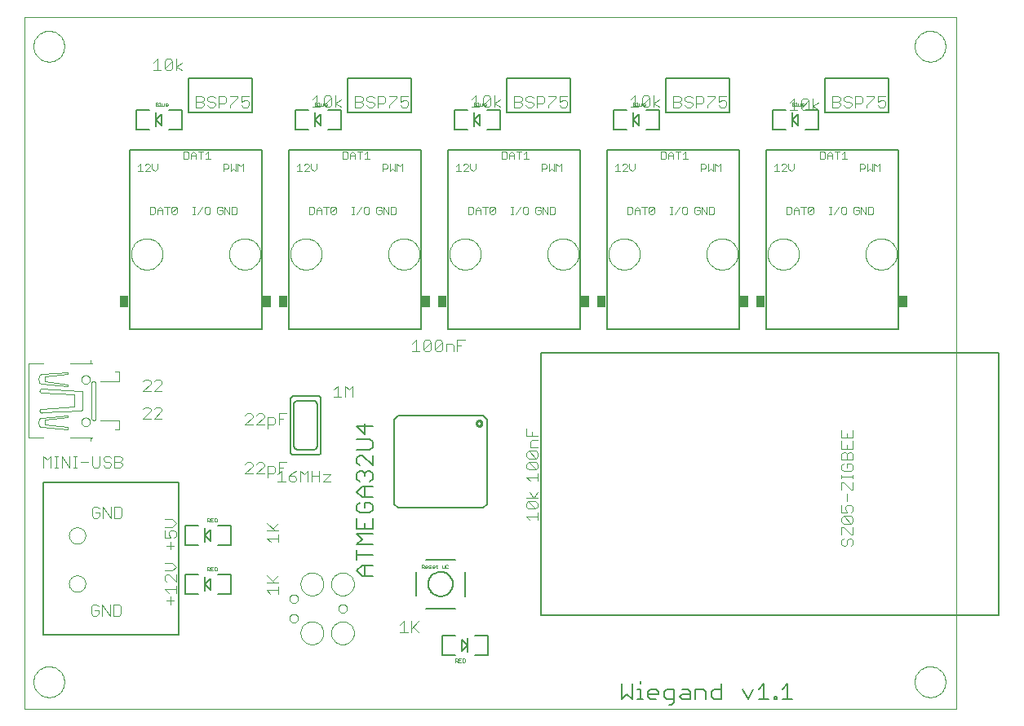
<source format=gto>
G75*
%MOIN*%
%OFA0B0*%
%FSLAX24Y24*%
%IPPOS*%
%LPD*%
%AMOC8*
5,1,8,0,0,1.08239X$1,22.5*
%
%ADD10C,0.0000*%
%ADD11C,0.0060*%
%ADD12C,0.0080*%
%ADD13C,0.0010*%
%ADD14R,0.0364X0.0450*%
%ADD15C,0.0040*%
%ADD16C,0.0050*%
%ADD17C,0.0100*%
D10*
X003100Y000100D02*
X003100Y028396D01*
X041170Y028396D01*
X041170Y000100D01*
X003100Y000100D01*
X003470Y001200D02*
X003472Y001250D01*
X003478Y001300D01*
X003488Y001349D01*
X003502Y001397D01*
X003519Y001444D01*
X003540Y001489D01*
X003565Y001533D01*
X003593Y001574D01*
X003625Y001613D01*
X003659Y001650D01*
X003696Y001684D01*
X003736Y001714D01*
X003778Y001741D01*
X003822Y001765D01*
X003868Y001786D01*
X003915Y001802D01*
X003963Y001815D01*
X004013Y001824D01*
X004062Y001829D01*
X004113Y001830D01*
X004163Y001827D01*
X004212Y001820D01*
X004261Y001809D01*
X004309Y001794D01*
X004355Y001776D01*
X004400Y001754D01*
X004443Y001728D01*
X004484Y001699D01*
X004523Y001667D01*
X004559Y001632D01*
X004591Y001594D01*
X004621Y001554D01*
X004648Y001511D01*
X004671Y001467D01*
X004690Y001421D01*
X004706Y001373D01*
X004718Y001324D01*
X004726Y001275D01*
X004730Y001225D01*
X004730Y001175D01*
X004726Y001125D01*
X004718Y001076D01*
X004706Y001027D01*
X004690Y000979D01*
X004671Y000933D01*
X004648Y000889D01*
X004621Y000846D01*
X004591Y000806D01*
X004559Y000768D01*
X004523Y000733D01*
X004484Y000701D01*
X004443Y000672D01*
X004400Y000646D01*
X004355Y000624D01*
X004309Y000606D01*
X004261Y000591D01*
X004212Y000580D01*
X004163Y000573D01*
X004113Y000570D01*
X004062Y000571D01*
X004013Y000576D01*
X003963Y000585D01*
X003915Y000598D01*
X003868Y000614D01*
X003822Y000635D01*
X003778Y000659D01*
X003736Y000686D01*
X003696Y000716D01*
X003659Y000750D01*
X003625Y000787D01*
X003593Y000826D01*
X003565Y000867D01*
X003540Y000911D01*
X003519Y000956D01*
X003502Y001003D01*
X003488Y001051D01*
X003478Y001100D01*
X003472Y001150D01*
X003470Y001200D01*
X004919Y005216D02*
X004921Y005252D01*
X004927Y005288D01*
X004937Y005323D01*
X004950Y005357D01*
X004967Y005389D01*
X004987Y005419D01*
X005011Y005446D01*
X005037Y005471D01*
X005066Y005493D01*
X005097Y005512D01*
X005130Y005527D01*
X005164Y005539D01*
X005200Y005547D01*
X005236Y005551D01*
X005272Y005551D01*
X005308Y005547D01*
X005344Y005539D01*
X005378Y005527D01*
X005411Y005512D01*
X005442Y005493D01*
X005471Y005471D01*
X005497Y005446D01*
X005521Y005419D01*
X005541Y005389D01*
X005558Y005357D01*
X005571Y005323D01*
X005581Y005288D01*
X005587Y005252D01*
X005589Y005216D01*
X005587Y005180D01*
X005581Y005144D01*
X005571Y005109D01*
X005558Y005075D01*
X005541Y005043D01*
X005521Y005013D01*
X005497Y004986D01*
X005471Y004961D01*
X005442Y004939D01*
X005411Y004920D01*
X005378Y004905D01*
X005344Y004893D01*
X005308Y004885D01*
X005272Y004881D01*
X005236Y004881D01*
X005200Y004885D01*
X005164Y004893D01*
X005130Y004905D01*
X005097Y004920D01*
X005066Y004939D01*
X005037Y004961D01*
X005011Y004986D01*
X004987Y005013D01*
X004967Y005043D01*
X004950Y005075D01*
X004937Y005109D01*
X004927Y005144D01*
X004921Y005180D01*
X004919Y005216D01*
X004919Y007184D02*
X004921Y007220D01*
X004927Y007256D01*
X004937Y007291D01*
X004950Y007325D01*
X004967Y007357D01*
X004987Y007387D01*
X005011Y007414D01*
X005037Y007439D01*
X005066Y007461D01*
X005097Y007480D01*
X005130Y007495D01*
X005164Y007507D01*
X005200Y007515D01*
X005236Y007519D01*
X005272Y007519D01*
X005308Y007515D01*
X005344Y007507D01*
X005378Y007495D01*
X005411Y007480D01*
X005442Y007461D01*
X005471Y007439D01*
X005497Y007414D01*
X005521Y007387D01*
X005541Y007357D01*
X005558Y007325D01*
X005571Y007291D01*
X005581Y007256D01*
X005587Y007220D01*
X005589Y007184D01*
X005587Y007148D01*
X005581Y007112D01*
X005571Y007077D01*
X005558Y007043D01*
X005541Y007011D01*
X005521Y006981D01*
X005497Y006954D01*
X005471Y006929D01*
X005442Y006907D01*
X005411Y006888D01*
X005378Y006873D01*
X005344Y006861D01*
X005308Y006853D01*
X005272Y006849D01*
X005236Y006849D01*
X005200Y006853D01*
X005164Y006861D01*
X005130Y006873D01*
X005097Y006888D01*
X005066Y006907D01*
X005037Y006929D01*
X005011Y006954D01*
X004987Y006981D01*
X004967Y007011D01*
X004950Y007043D01*
X004937Y007077D01*
X004927Y007112D01*
X004921Y007148D01*
X004919Y007184D01*
X005423Y011834D02*
X005425Y011860D01*
X005431Y011886D01*
X005441Y011911D01*
X005454Y011934D01*
X005470Y011954D01*
X005490Y011972D01*
X005512Y011987D01*
X005535Y011999D01*
X005561Y012007D01*
X005587Y012011D01*
X005613Y012011D01*
X005639Y012007D01*
X005665Y011999D01*
X005689Y011987D01*
X005710Y011972D01*
X005730Y011954D01*
X005746Y011934D01*
X005759Y011911D01*
X005769Y011886D01*
X005775Y011860D01*
X005777Y011834D01*
X005775Y011808D01*
X005769Y011782D01*
X005759Y011757D01*
X005746Y011734D01*
X005730Y011714D01*
X005710Y011696D01*
X005688Y011681D01*
X005665Y011669D01*
X005639Y011661D01*
X005613Y011657D01*
X005587Y011657D01*
X005561Y011661D01*
X005535Y011669D01*
X005511Y011681D01*
X005490Y011696D01*
X005470Y011714D01*
X005454Y011734D01*
X005441Y011757D01*
X005431Y011782D01*
X005425Y011808D01*
X005423Y011834D01*
X005423Y013566D02*
X005425Y013592D01*
X005431Y013618D01*
X005441Y013643D01*
X005454Y013666D01*
X005470Y013686D01*
X005490Y013704D01*
X005512Y013719D01*
X005535Y013731D01*
X005561Y013739D01*
X005587Y013743D01*
X005613Y013743D01*
X005639Y013739D01*
X005665Y013731D01*
X005689Y013719D01*
X005710Y013704D01*
X005730Y013686D01*
X005746Y013666D01*
X005759Y013643D01*
X005769Y013618D01*
X005775Y013592D01*
X005777Y013566D01*
X005775Y013540D01*
X005769Y013514D01*
X005759Y013489D01*
X005746Y013466D01*
X005730Y013446D01*
X005710Y013428D01*
X005688Y013413D01*
X005665Y013401D01*
X005639Y013393D01*
X005613Y013389D01*
X005587Y013389D01*
X005561Y013393D01*
X005535Y013401D01*
X005511Y013413D01*
X005490Y013428D01*
X005470Y013446D01*
X005454Y013466D01*
X005441Y013489D01*
X005431Y013514D01*
X005425Y013540D01*
X005423Y013566D01*
X007460Y018700D02*
X007462Y018750D01*
X007468Y018800D01*
X007478Y018849D01*
X007491Y018898D01*
X007509Y018945D01*
X007530Y018991D01*
X007554Y019034D01*
X007582Y019076D01*
X007613Y019116D01*
X007647Y019153D01*
X007684Y019187D01*
X007724Y019218D01*
X007766Y019246D01*
X007809Y019270D01*
X007855Y019291D01*
X007902Y019309D01*
X007951Y019322D01*
X008000Y019332D01*
X008050Y019338D01*
X008100Y019340D01*
X008150Y019338D01*
X008200Y019332D01*
X008249Y019322D01*
X008298Y019309D01*
X008345Y019291D01*
X008391Y019270D01*
X008434Y019246D01*
X008476Y019218D01*
X008516Y019187D01*
X008553Y019153D01*
X008587Y019116D01*
X008618Y019076D01*
X008646Y019034D01*
X008670Y018991D01*
X008691Y018945D01*
X008709Y018898D01*
X008722Y018849D01*
X008732Y018800D01*
X008738Y018750D01*
X008740Y018700D01*
X008738Y018650D01*
X008732Y018600D01*
X008722Y018551D01*
X008709Y018502D01*
X008691Y018455D01*
X008670Y018409D01*
X008646Y018366D01*
X008618Y018324D01*
X008587Y018284D01*
X008553Y018247D01*
X008516Y018213D01*
X008476Y018182D01*
X008434Y018154D01*
X008391Y018130D01*
X008345Y018109D01*
X008298Y018091D01*
X008249Y018078D01*
X008200Y018068D01*
X008150Y018062D01*
X008100Y018060D01*
X008050Y018062D01*
X008000Y018068D01*
X007951Y018078D01*
X007902Y018091D01*
X007855Y018109D01*
X007809Y018130D01*
X007766Y018154D01*
X007724Y018182D01*
X007684Y018213D01*
X007647Y018247D01*
X007613Y018284D01*
X007582Y018324D01*
X007554Y018366D01*
X007530Y018409D01*
X007509Y018455D01*
X007491Y018502D01*
X007478Y018551D01*
X007468Y018600D01*
X007462Y018650D01*
X007460Y018700D01*
X011460Y018700D02*
X011462Y018750D01*
X011468Y018800D01*
X011478Y018849D01*
X011491Y018898D01*
X011509Y018945D01*
X011530Y018991D01*
X011554Y019034D01*
X011582Y019076D01*
X011613Y019116D01*
X011647Y019153D01*
X011684Y019187D01*
X011724Y019218D01*
X011766Y019246D01*
X011809Y019270D01*
X011855Y019291D01*
X011902Y019309D01*
X011951Y019322D01*
X012000Y019332D01*
X012050Y019338D01*
X012100Y019340D01*
X012150Y019338D01*
X012200Y019332D01*
X012249Y019322D01*
X012298Y019309D01*
X012345Y019291D01*
X012391Y019270D01*
X012434Y019246D01*
X012476Y019218D01*
X012516Y019187D01*
X012553Y019153D01*
X012587Y019116D01*
X012618Y019076D01*
X012646Y019034D01*
X012670Y018991D01*
X012691Y018945D01*
X012709Y018898D01*
X012722Y018849D01*
X012732Y018800D01*
X012738Y018750D01*
X012740Y018700D01*
X012738Y018650D01*
X012732Y018600D01*
X012722Y018551D01*
X012709Y018502D01*
X012691Y018455D01*
X012670Y018409D01*
X012646Y018366D01*
X012618Y018324D01*
X012587Y018284D01*
X012553Y018247D01*
X012516Y018213D01*
X012476Y018182D01*
X012434Y018154D01*
X012391Y018130D01*
X012345Y018109D01*
X012298Y018091D01*
X012249Y018078D01*
X012200Y018068D01*
X012150Y018062D01*
X012100Y018060D01*
X012050Y018062D01*
X012000Y018068D01*
X011951Y018078D01*
X011902Y018091D01*
X011855Y018109D01*
X011809Y018130D01*
X011766Y018154D01*
X011724Y018182D01*
X011684Y018213D01*
X011647Y018247D01*
X011613Y018284D01*
X011582Y018324D01*
X011554Y018366D01*
X011530Y018409D01*
X011509Y018455D01*
X011491Y018502D01*
X011478Y018551D01*
X011468Y018600D01*
X011462Y018650D01*
X011460Y018700D01*
X013960Y018700D02*
X013962Y018750D01*
X013968Y018800D01*
X013978Y018849D01*
X013991Y018898D01*
X014009Y018945D01*
X014030Y018991D01*
X014054Y019034D01*
X014082Y019076D01*
X014113Y019116D01*
X014147Y019153D01*
X014184Y019187D01*
X014224Y019218D01*
X014266Y019246D01*
X014309Y019270D01*
X014355Y019291D01*
X014402Y019309D01*
X014451Y019322D01*
X014500Y019332D01*
X014550Y019338D01*
X014600Y019340D01*
X014650Y019338D01*
X014700Y019332D01*
X014749Y019322D01*
X014798Y019309D01*
X014845Y019291D01*
X014891Y019270D01*
X014934Y019246D01*
X014976Y019218D01*
X015016Y019187D01*
X015053Y019153D01*
X015087Y019116D01*
X015118Y019076D01*
X015146Y019034D01*
X015170Y018991D01*
X015191Y018945D01*
X015209Y018898D01*
X015222Y018849D01*
X015232Y018800D01*
X015238Y018750D01*
X015240Y018700D01*
X015238Y018650D01*
X015232Y018600D01*
X015222Y018551D01*
X015209Y018502D01*
X015191Y018455D01*
X015170Y018409D01*
X015146Y018366D01*
X015118Y018324D01*
X015087Y018284D01*
X015053Y018247D01*
X015016Y018213D01*
X014976Y018182D01*
X014934Y018154D01*
X014891Y018130D01*
X014845Y018109D01*
X014798Y018091D01*
X014749Y018078D01*
X014700Y018068D01*
X014650Y018062D01*
X014600Y018060D01*
X014550Y018062D01*
X014500Y018068D01*
X014451Y018078D01*
X014402Y018091D01*
X014355Y018109D01*
X014309Y018130D01*
X014266Y018154D01*
X014224Y018182D01*
X014184Y018213D01*
X014147Y018247D01*
X014113Y018284D01*
X014082Y018324D01*
X014054Y018366D01*
X014030Y018409D01*
X014009Y018455D01*
X013991Y018502D01*
X013978Y018551D01*
X013968Y018600D01*
X013962Y018650D01*
X013960Y018700D01*
X017960Y018700D02*
X017962Y018750D01*
X017968Y018800D01*
X017978Y018849D01*
X017991Y018898D01*
X018009Y018945D01*
X018030Y018991D01*
X018054Y019034D01*
X018082Y019076D01*
X018113Y019116D01*
X018147Y019153D01*
X018184Y019187D01*
X018224Y019218D01*
X018266Y019246D01*
X018309Y019270D01*
X018355Y019291D01*
X018402Y019309D01*
X018451Y019322D01*
X018500Y019332D01*
X018550Y019338D01*
X018600Y019340D01*
X018650Y019338D01*
X018700Y019332D01*
X018749Y019322D01*
X018798Y019309D01*
X018845Y019291D01*
X018891Y019270D01*
X018934Y019246D01*
X018976Y019218D01*
X019016Y019187D01*
X019053Y019153D01*
X019087Y019116D01*
X019118Y019076D01*
X019146Y019034D01*
X019170Y018991D01*
X019191Y018945D01*
X019209Y018898D01*
X019222Y018849D01*
X019232Y018800D01*
X019238Y018750D01*
X019240Y018700D01*
X019238Y018650D01*
X019232Y018600D01*
X019222Y018551D01*
X019209Y018502D01*
X019191Y018455D01*
X019170Y018409D01*
X019146Y018366D01*
X019118Y018324D01*
X019087Y018284D01*
X019053Y018247D01*
X019016Y018213D01*
X018976Y018182D01*
X018934Y018154D01*
X018891Y018130D01*
X018845Y018109D01*
X018798Y018091D01*
X018749Y018078D01*
X018700Y018068D01*
X018650Y018062D01*
X018600Y018060D01*
X018550Y018062D01*
X018500Y018068D01*
X018451Y018078D01*
X018402Y018091D01*
X018355Y018109D01*
X018309Y018130D01*
X018266Y018154D01*
X018224Y018182D01*
X018184Y018213D01*
X018147Y018247D01*
X018113Y018284D01*
X018082Y018324D01*
X018054Y018366D01*
X018030Y018409D01*
X018009Y018455D01*
X017991Y018502D01*
X017978Y018551D01*
X017968Y018600D01*
X017962Y018650D01*
X017960Y018700D01*
X020460Y018700D02*
X020462Y018750D01*
X020468Y018800D01*
X020478Y018849D01*
X020491Y018898D01*
X020509Y018945D01*
X020530Y018991D01*
X020554Y019034D01*
X020582Y019076D01*
X020613Y019116D01*
X020647Y019153D01*
X020684Y019187D01*
X020724Y019218D01*
X020766Y019246D01*
X020809Y019270D01*
X020855Y019291D01*
X020902Y019309D01*
X020951Y019322D01*
X021000Y019332D01*
X021050Y019338D01*
X021100Y019340D01*
X021150Y019338D01*
X021200Y019332D01*
X021249Y019322D01*
X021298Y019309D01*
X021345Y019291D01*
X021391Y019270D01*
X021434Y019246D01*
X021476Y019218D01*
X021516Y019187D01*
X021553Y019153D01*
X021587Y019116D01*
X021618Y019076D01*
X021646Y019034D01*
X021670Y018991D01*
X021691Y018945D01*
X021709Y018898D01*
X021722Y018849D01*
X021732Y018800D01*
X021738Y018750D01*
X021740Y018700D01*
X021738Y018650D01*
X021732Y018600D01*
X021722Y018551D01*
X021709Y018502D01*
X021691Y018455D01*
X021670Y018409D01*
X021646Y018366D01*
X021618Y018324D01*
X021587Y018284D01*
X021553Y018247D01*
X021516Y018213D01*
X021476Y018182D01*
X021434Y018154D01*
X021391Y018130D01*
X021345Y018109D01*
X021298Y018091D01*
X021249Y018078D01*
X021200Y018068D01*
X021150Y018062D01*
X021100Y018060D01*
X021050Y018062D01*
X021000Y018068D01*
X020951Y018078D01*
X020902Y018091D01*
X020855Y018109D01*
X020809Y018130D01*
X020766Y018154D01*
X020724Y018182D01*
X020684Y018213D01*
X020647Y018247D01*
X020613Y018284D01*
X020582Y018324D01*
X020554Y018366D01*
X020530Y018409D01*
X020509Y018455D01*
X020491Y018502D01*
X020478Y018551D01*
X020468Y018600D01*
X020462Y018650D01*
X020460Y018700D01*
X024460Y018700D02*
X024462Y018750D01*
X024468Y018800D01*
X024478Y018849D01*
X024491Y018898D01*
X024509Y018945D01*
X024530Y018991D01*
X024554Y019034D01*
X024582Y019076D01*
X024613Y019116D01*
X024647Y019153D01*
X024684Y019187D01*
X024724Y019218D01*
X024766Y019246D01*
X024809Y019270D01*
X024855Y019291D01*
X024902Y019309D01*
X024951Y019322D01*
X025000Y019332D01*
X025050Y019338D01*
X025100Y019340D01*
X025150Y019338D01*
X025200Y019332D01*
X025249Y019322D01*
X025298Y019309D01*
X025345Y019291D01*
X025391Y019270D01*
X025434Y019246D01*
X025476Y019218D01*
X025516Y019187D01*
X025553Y019153D01*
X025587Y019116D01*
X025618Y019076D01*
X025646Y019034D01*
X025670Y018991D01*
X025691Y018945D01*
X025709Y018898D01*
X025722Y018849D01*
X025732Y018800D01*
X025738Y018750D01*
X025740Y018700D01*
X025738Y018650D01*
X025732Y018600D01*
X025722Y018551D01*
X025709Y018502D01*
X025691Y018455D01*
X025670Y018409D01*
X025646Y018366D01*
X025618Y018324D01*
X025587Y018284D01*
X025553Y018247D01*
X025516Y018213D01*
X025476Y018182D01*
X025434Y018154D01*
X025391Y018130D01*
X025345Y018109D01*
X025298Y018091D01*
X025249Y018078D01*
X025200Y018068D01*
X025150Y018062D01*
X025100Y018060D01*
X025050Y018062D01*
X025000Y018068D01*
X024951Y018078D01*
X024902Y018091D01*
X024855Y018109D01*
X024809Y018130D01*
X024766Y018154D01*
X024724Y018182D01*
X024684Y018213D01*
X024647Y018247D01*
X024613Y018284D01*
X024582Y018324D01*
X024554Y018366D01*
X024530Y018409D01*
X024509Y018455D01*
X024491Y018502D01*
X024478Y018551D01*
X024468Y018600D01*
X024462Y018650D01*
X024460Y018700D01*
X026960Y018700D02*
X026962Y018750D01*
X026968Y018800D01*
X026978Y018849D01*
X026991Y018898D01*
X027009Y018945D01*
X027030Y018991D01*
X027054Y019034D01*
X027082Y019076D01*
X027113Y019116D01*
X027147Y019153D01*
X027184Y019187D01*
X027224Y019218D01*
X027266Y019246D01*
X027309Y019270D01*
X027355Y019291D01*
X027402Y019309D01*
X027451Y019322D01*
X027500Y019332D01*
X027550Y019338D01*
X027600Y019340D01*
X027650Y019338D01*
X027700Y019332D01*
X027749Y019322D01*
X027798Y019309D01*
X027845Y019291D01*
X027891Y019270D01*
X027934Y019246D01*
X027976Y019218D01*
X028016Y019187D01*
X028053Y019153D01*
X028087Y019116D01*
X028118Y019076D01*
X028146Y019034D01*
X028170Y018991D01*
X028191Y018945D01*
X028209Y018898D01*
X028222Y018849D01*
X028232Y018800D01*
X028238Y018750D01*
X028240Y018700D01*
X028238Y018650D01*
X028232Y018600D01*
X028222Y018551D01*
X028209Y018502D01*
X028191Y018455D01*
X028170Y018409D01*
X028146Y018366D01*
X028118Y018324D01*
X028087Y018284D01*
X028053Y018247D01*
X028016Y018213D01*
X027976Y018182D01*
X027934Y018154D01*
X027891Y018130D01*
X027845Y018109D01*
X027798Y018091D01*
X027749Y018078D01*
X027700Y018068D01*
X027650Y018062D01*
X027600Y018060D01*
X027550Y018062D01*
X027500Y018068D01*
X027451Y018078D01*
X027402Y018091D01*
X027355Y018109D01*
X027309Y018130D01*
X027266Y018154D01*
X027224Y018182D01*
X027184Y018213D01*
X027147Y018247D01*
X027113Y018284D01*
X027082Y018324D01*
X027054Y018366D01*
X027030Y018409D01*
X027009Y018455D01*
X026991Y018502D01*
X026978Y018551D01*
X026968Y018600D01*
X026962Y018650D01*
X026960Y018700D01*
X030960Y018700D02*
X030962Y018750D01*
X030968Y018800D01*
X030978Y018849D01*
X030991Y018898D01*
X031009Y018945D01*
X031030Y018991D01*
X031054Y019034D01*
X031082Y019076D01*
X031113Y019116D01*
X031147Y019153D01*
X031184Y019187D01*
X031224Y019218D01*
X031266Y019246D01*
X031309Y019270D01*
X031355Y019291D01*
X031402Y019309D01*
X031451Y019322D01*
X031500Y019332D01*
X031550Y019338D01*
X031600Y019340D01*
X031650Y019338D01*
X031700Y019332D01*
X031749Y019322D01*
X031798Y019309D01*
X031845Y019291D01*
X031891Y019270D01*
X031934Y019246D01*
X031976Y019218D01*
X032016Y019187D01*
X032053Y019153D01*
X032087Y019116D01*
X032118Y019076D01*
X032146Y019034D01*
X032170Y018991D01*
X032191Y018945D01*
X032209Y018898D01*
X032222Y018849D01*
X032232Y018800D01*
X032238Y018750D01*
X032240Y018700D01*
X032238Y018650D01*
X032232Y018600D01*
X032222Y018551D01*
X032209Y018502D01*
X032191Y018455D01*
X032170Y018409D01*
X032146Y018366D01*
X032118Y018324D01*
X032087Y018284D01*
X032053Y018247D01*
X032016Y018213D01*
X031976Y018182D01*
X031934Y018154D01*
X031891Y018130D01*
X031845Y018109D01*
X031798Y018091D01*
X031749Y018078D01*
X031700Y018068D01*
X031650Y018062D01*
X031600Y018060D01*
X031550Y018062D01*
X031500Y018068D01*
X031451Y018078D01*
X031402Y018091D01*
X031355Y018109D01*
X031309Y018130D01*
X031266Y018154D01*
X031224Y018182D01*
X031184Y018213D01*
X031147Y018247D01*
X031113Y018284D01*
X031082Y018324D01*
X031054Y018366D01*
X031030Y018409D01*
X031009Y018455D01*
X030991Y018502D01*
X030978Y018551D01*
X030968Y018600D01*
X030962Y018650D01*
X030960Y018700D01*
X033460Y018700D02*
X033462Y018750D01*
X033468Y018800D01*
X033478Y018849D01*
X033491Y018898D01*
X033509Y018945D01*
X033530Y018991D01*
X033554Y019034D01*
X033582Y019076D01*
X033613Y019116D01*
X033647Y019153D01*
X033684Y019187D01*
X033724Y019218D01*
X033766Y019246D01*
X033809Y019270D01*
X033855Y019291D01*
X033902Y019309D01*
X033951Y019322D01*
X034000Y019332D01*
X034050Y019338D01*
X034100Y019340D01*
X034150Y019338D01*
X034200Y019332D01*
X034249Y019322D01*
X034298Y019309D01*
X034345Y019291D01*
X034391Y019270D01*
X034434Y019246D01*
X034476Y019218D01*
X034516Y019187D01*
X034553Y019153D01*
X034587Y019116D01*
X034618Y019076D01*
X034646Y019034D01*
X034670Y018991D01*
X034691Y018945D01*
X034709Y018898D01*
X034722Y018849D01*
X034732Y018800D01*
X034738Y018750D01*
X034740Y018700D01*
X034738Y018650D01*
X034732Y018600D01*
X034722Y018551D01*
X034709Y018502D01*
X034691Y018455D01*
X034670Y018409D01*
X034646Y018366D01*
X034618Y018324D01*
X034587Y018284D01*
X034553Y018247D01*
X034516Y018213D01*
X034476Y018182D01*
X034434Y018154D01*
X034391Y018130D01*
X034345Y018109D01*
X034298Y018091D01*
X034249Y018078D01*
X034200Y018068D01*
X034150Y018062D01*
X034100Y018060D01*
X034050Y018062D01*
X034000Y018068D01*
X033951Y018078D01*
X033902Y018091D01*
X033855Y018109D01*
X033809Y018130D01*
X033766Y018154D01*
X033724Y018182D01*
X033684Y018213D01*
X033647Y018247D01*
X033613Y018284D01*
X033582Y018324D01*
X033554Y018366D01*
X033530Y018409D01*
X033509Y018455D01*
X033491Y018502D01*
X033478Y018551D01*
X033468Y018600D01*
X033462Y018650D01*
X033460Y018700D01*
X037460Y018700D02*
X037462Y018750D01*
X037468Y018800D01*
X037478Y018849D01*
X037491Y018898D01*
X037509Y018945D01*
X037530Y018991D01*
X037554Y019034D01*
X037582Y019076D01*
X037613Y019116D01*
X037647Y019153D01*
X037684Y019187D01*
X037724Y019218D01*
X037766Y019246D01*
X037809Y019270D01*
X037855Y019291D01*
X037902Y019309D01*
X037951Y019322D01*
X038000Y019332D01*
X038050Y019338D01*
X038100Y019340D01*
X038150Y019338D01*
X038200Y019332D01*
X038249Y019322D01*
X038298Y019309D01*
X038345Y019291D01*
X038391Y019270D01*
X038434Y019246D01*
X038476Y019218D01*
X038516Y019187D01*
X038553Y019153D01*
X038587Y019116D01*
X038618Y019076D01*
X038646Y019034D01*
X038670Y018991D01*
X038691Y018945D01*
X038709Y018898D01*
X038722Y018849D01*
X038732Y018800D01*
X038738Y018750D01*
X038740Y018700D01*
X038738Y018650D01*
X038732Y018600D01*
X038722Y018551D01*
X038709Y018502D01*
X038691Y018455D01*
X038670Y018409D01*
X038646Y018366D01*
X038618Y018324D01*
X038587Y018284D01*
X038553Y018247D01*
X038516Y018213D01*
X038476Y018182D01*
X038434Y018154D01*
X038391Y018130D01*
X038345Y018109D01*
X038298Y018091D01*
X038249Y018078D01*
X038200Y018068D01*
X038150Y018062D01*
X038100Y018060D01*
X038050Y018062D01*
X038000Y018068D01*
X037951Y018078D01*
X037902Y018091D01*
X037855Y018109D01*
X037809Y018130D01*
X037766Y018154D01*
X037724Y018182D01*
X037684Y018213D01*
X037647Y018247D01*
X037613Y018284D01*
X037582Y018324D01*
X037554Y018366D01*
X037530Y018409D01*
X037509Y018455D01*
X037491Y018502D01*
X037478Y018551D01*
X037468Y018600D01*
X037462Y018650D01*
X037460Y018700D01*
X039470Y027200D02*
X039472Y027250D01*
X039478Y027300D01*
X039488Y027349D01*
X039502Y027397D01*
X039519Y027444D01*
X039540Y027489D01*
X039565Y027533D01*
X039593Y027574D01*
X039625Y027613D01*
X039659Y027650D01*
X039696Y027684D01*
X039736Y027714D01*
X039778Y027741D01*
X039822Y027765D01*
X039868Y027786D01*
X039915Y027802D01*
X039963Y027815D01*
X040013Y027824D01*
X040062Y027829D01*
X040113Y027830D01*
X040163Y027827D01*
X040212Y027820D01*
X040261Y027809D01*
X040309Y027794D01*
X040355Y027776D01*
X040400Y027754D01*
X040443Y027728D01*
X040484Y027699D01*
X040523Y027667D01*
X040559Y027632D01*
X040591Y027594D01*
X040621Y027554D01*
X040648Y027511D01*
X040671Y027467D01*
X040690Y027421D01*
X040706Y027373D01*
X040718Y027324D01*
X040726Y027275D01*
X040730Y027225D01*
X040730Y027175D01*
X040726Y027125D01*
X040718Y027076D01*
X040706Y027027D01*
X040690Y026979D01*
X040671Y026933D01*
X040648Y026889D01*
X040621Y026846D01*
X040591Y026806D01*
X040559Y026768D01*
X040523Y026733D01*
X040484Y026701D01*
X040443Y026672D01*
X040400Y026646D01*
X040355Y026624D01*
X040309Y026606D01*
X040261Y026591D01*
X040212Y026580D01*
X040163Y026573D01*
X040113Y026570D01*
X040062Y026571D01*
X040013Y026576D01*
X039963Y026585D01*
X039915Y026598D01*
X039868Y026614D01*
X039822Y026635D01*
X039778Y026659D01*
X039736Y026686D01*
X039696Y026716D01*
X039659Y026750D01*
X039625Y026787D01*
X039593Y026826D01*
X039565Y026867D01*
X039540Y026911D01*
X039519Y026956D01*
X039502Y027003D01*
X039488Y027051D01*
X039478Y027100D01*
X039472Y027150D01*
X039470Y027200D01*
X015633Y005200D02*
X015635Y005243D01*
X015641Y005286D01*
X015651Y005328D01*
X015665Y005369D01*
X015682Y005408D01*
X015703Y005446D01*
X015727Y005481D01*
X015755Y005515D01*
X015785Y005545D01*
X015819Y005573D01*
X015854Y005597D01*
X015892Y005618D01*
X015931Y005635D01*
X015972Y005649D01*
X016014Y005659D01*
X016057Y005665D01*
X016100Y005667D01*
X016143Y005665D01*
X016186Y005659D01*
X016228Y005649D01*
X016269Y005635D01*
X016308Y005618D01*
X016346Y005597D01*
X016381Y005573D01*
X016415Y005545D01*
X016445Y005515D01*
X016473Y005481D01*
X016497Y005446D01*
X016518Y005408D01*
X016535Y005369D01*
X016549Y005328D01*
X016559Y005286D01*
X016565Y005243D01*
X016567Y005200D01*
X016565Y005157D01*
X016559Y005114D01*
X016549Y005072D01*
X016535Y005031D01*
X016518Y004992D01*
X016497Y004954D01*
X016473Y004919D01*
X016445Y004885D01*
X016415Y004855D01*
X016381Y004827D01*
X016346Y004803D01*
X016308Y004782D01*
X016269Y004765D01*
X016228Y004751D01*
X016186Y004741D01*
X016143Y004735D01*
X016100Y004733D01*
X016057Y004735D01*
X016014Y004741D01*
X015972Y004751D01*
X015931Y004765D01*
X015892Y004782D01*
X015854Y004803D01*
X015819Y004827D01*
X015785Y004855D01*
X015755Y004885D01*
X015727Y004919D01*
X015703Y004954D01*
X015682Y004992D01*
X015665Y005031D01*
X015651Y005072D01*
X015641Y005114D01*
X015635Y005157D01*
X015633Y005200D01*
X014383Y005200D02*
X014385Y005243D01*
X014391Y005286D01*
X014401Y005328D01*
X014415Y005369D01*
X014432Y005408D01*
X014453Y005446D01*
X014477Y005481D01*
X014505Y005515D01*
X014535Y005545D01*
X014569Y005573D01*
X014604Y005597D01*
X014642Y005618D01*
X014681Y005635D01*
X014722Y005649D01*
X014764Y005659D01*
X014807Y005665D01*
X014850Y005667D01*
X014893Y005665D01*
X014936Y005659D01*
X014978Y005649D01*
X015019Y005635D01*
X015058Y005618D01*
X015096Y005597D01*
X015131Y005573D01*
X015165Y005545D01*
X015195Y005515D01*
X015223Y005481D01*
X015247Y005446D01*
X015268Y005408D01*
X015285Y005369D01*
X015299Y005328D01*
X015309Y005286D01*
X015315Y005243D01*
X015317Y005200D01*
X015315Y005157D01*
X015309Y005114D01*
X015299Y005072D01*
X015285Y005031D01*
X015268Y004992D01*
X015247Y004954D01*
X015223Y004919D01*
X015195Y004885D01*
X015165Y004855D01*
X015131Y004827D01*
X015096Y004803D01*
X015058Y004782D01*
X015019Y004765D01*
X014978Y004751D01*
X014936Y004741D01*
X014893Y004735D01*
X014850Y004733D01*
X014807Y004735D01*
X014764Y004741D01*
X014722Y004751D01*
X014681Y004765D01*
X014642Y004782D01*
X014604Y004803D01*
X014569Y004827D01*
X014535Y004855D01*
X014505Y004885D01*
X014477Y004919D01*
X014453Y004954D01*
X014432Y004992D01*
X014415Y005031D01*
X014401Y005072D01*
X014391Y005114D01*
X014385Y005157D01*
X014383Y005200D01*
X013925Y004600D02*
X013927Y004626D01*
X013933Y004652D01*
X013942Y004676D01*
X013955Y004699D01*
X013972Y004719D01*
X013991Y004737D01*
X014013Y004752D01*
X014036Y004763D01*
X014061Y004771D01*
X014087Y004775D01*
X014113Y004775D01*
X014139Y004771D01*
X014164Y004763D01*
X014188Y004752D01*
X014209Y004737D01*
X014228Y004719D01*
X014245Y004699D01*
X014258Y004676D01*
X014267Y004652D01*
X014273Y004626D01*
X014275Y004600D01*
X014273Y004574D01*
X014267Y004548D01*
X014258Y004524D01*
X014245Y004501D01*
X014228Y004481D01*
X014209Y004463D01*
X014187Y004448D01*
X014164Y004437D01*
X014139Y004429D01*
X014113Y004425D01*
X014087Y004425D01*
X014061Y004429D01*
X014036Y004437D01*
X014012Y004448D01*
X013991Y004463D01*
X013972Y004481D01*
X013955Y004501D01*
X013942Y004524D01*
X013933Y004548D01*
X013927Y004574D01*
X013925Y004600D01*
X013925Y003800D02*
X013927Y003826D01*
X013933Y003852D01*
X013942Y003876D01*
X013955Y003899D01*
X013972Y003919D01*
X013991Y003937D01*
X014013Y003952D01*
X014036Y003963D01*
X014061Y003971D01*
X014087Y003975D01*
X014113Y003975D01*
X014139Y003971D01*
X014164Y003963D01*
X014188Y003952D01*
X014209Y003937D01*
X014228Y003919D01*
X014245Y003899D01*
X014258Y003876D01*
X014267Y003852D01*
X014273Y003826D01*
X014275Y003800D01*
X014273Y003774D01*
X014267Y003748D01*
X014258Y003724D01*
X014245Y003701D01*
X014228Y003681D01*
X014209Y003663D01*
X014187Y003648D01*
X014164Y003637D01*
X014139Y003629D01*
X014113Y003625D01*
X014087Y003625D01*
X014061Y003629D01*
X014036Y003637D01*
X014012Y003648D01*
X013991Y003663D01*
X013972Y003681D01*
X013955Y003701D01*
X013942Y003724D01*
X013933Y003748D01*
X013927Y003774D01*
X013925Y003800D01*
X014383Y003200D02*
X014385Y003243D01*
X014391Y003286D01*
X014401Y003328D01*
X014415Y003369D01*
X014432Y003408D01*
X014453Y003446D01*
X014477Y003481D01*
X014505Y003515D01*
X014535Y003545D01*
X014569Y003573D01*
X014604Y003597D01*
X014642Y003618D01*
X014681Y003635D01*
X014722Y003649D01*
X014764Y003659D01*
X014807Y003665D01*
X014850Y003667D01*
X014893Y003665D01*
X014936Y003659D01*
X014978Y003649D01*
X015019Y003635D01*
X015058Y003618D01*
X015096Y003597D01*
X015131Y003573D01*
X015165Y003545D01*
X015195Y003515D01*
X015223Y003481D01*
X015247Y003446D01*
X015268Y003408D01*
X015285Y003369D01*
X015299Y003328D01*
X015309Y003286D01*
X015315Y003243D01*
X015317Y003200D01*
X015315Y003157D01*
X015309Y003114D01*
X015299Y003072D01*
X015285Y003031D01*
X015268Y002992D01*
X015247Y002954D01*
X015223Y002919D01*
X015195Y002885D01*
X015165Y002855D01*
X015131Y002827D01*
X015096Y002803D01*
X015058Y002782D01*
X015019Y002765D01*
X014978Y002751D01*
X014936Y002741D01*
X014893Y002735D01*
X014850Y002733D01*
X014807Y002735D01*
X014764Y002741D01*
X014722Y002751D01*
X014681Y002765D01*
X014642Y002782D01*
X014604Y002803D01*
X014569Y002827D01*
X014535Y002855D01*
X014505Y002885D01*
X014477Y002919D01*
X014453Y002954D01*
X014432Y002992D01*
X014415Y003031D01*
X014401Y003072D01*
X014391Y003114D01*
X014385Y003157D01*
X014383Y003200D01*
X015633Y003200D02*
X015635Y003243D01*
X015641Y003286D01*
X015651Y003328D01*
X015665Y003369D01*
X015682Y003408D01*
X015703Y003446D01*
X015727Y003481D01*
X015755Y003515D01*
X015785Y003545D01*
X015819Y003573D01*
X015854Y003597D01*
X015892Y003618D01*
X015931Y003635D01*
X015972Y003649D01*
X016014Y003659D01*
X016057Y003665D01*
X016100Y003667D01*
X016143Y003665D01*
X016186Y003659D01*
X016228Y003649D01*
X016269Y003635D01*
X016308Y003618D01*
X016346Y003597D01*
X016381Y003573D01*
X016415Y003545D01*
X016445Y003515D01*
X016473Y003481D01*
X016497Y003446D01*
X016518Y003408D01*
X016535Y003369D01*
X016549Y003328D01*
X016559Y003286D01*
X016565Y003243D01*
X016567Y003200D01*
X016565Y003157D01*
X016559Y003114D01*
X016549Y003072D01*
X016535Y003031D01*
X016518Y002992D01*
X016497Y002954D01*
X016473Y002919D01*
X016445Y002885D01*
X016415Y002855D01*
X016381Y002827D01*
X016346Y002803D01*
X016308Y002782D01*
X016269Y002765D01*
X016228Y002751D01*
X016186Y002741D01*
X016143Y002735D01*
X016100Y002733D01*
X016057Y002735D01*
X016014Y002741D01*
X015972Y002751D01*
X015931Y002765D01*
X015892Y002782D01*
X015854Y002803D01*
X015819Y002827D01*
X015785Y002855D01*
X015755Y002885D01*
X015727Y002919D01*
X015703Y002954D01*
X015682Y002992D01*
X015665Y003031D01*
X015651Y003072D01*
X015641Y003114D01*
X015635Y003157D01*
X015633Y003200D01*
X015925Y004200D02*
X015927Y004226D01*
X015933Y004252D01*
X015942Y004276D01*
X015955Y004299D01*
X015972Y004319D01*
X015991Y004337D01*
X016013Y004352D01*
X016036Y004363D01*
X016061Y004371D01*
X016087Y004375D01*
X016113Y004375D01*
X016139Y004371D01*
X016164Y004363D01*
X016188Y004352D01*
X016209Y004337D01*
X016228Y004319D01*
X016245Y004299D01*
X016258Y004276D01*
X016267Y004252D01*
X016273Y004226D01*
X016275Y004200D01*
X016273Y004174D01*
X016267Y004148D01*
X016258Y004124D01*
X016245Y004101D01*
X016228Y004081D01*
X016209Y004063D01*
X016187Y004048D01*
X016164Y004037D01*
X016139Y004029D01*
X016113Y004025D01*
X016087Y004025D01*
X016061Y004029D01*
X016036Y004037D01*
X016012Y004048D01*
X015991Y004063D01*
X015972Y004081D01*
X015955Y004101D01*
X015942Y004124D01*
X015933Y004148D01*
X015927Y004174D01*
X015925Y004200D01*
X039470Y001200D02*
X039472Y001250D01*
X039478Y001300D01*
X039488Y001349D01*
X039502Y001397D01*
X039519Y001444D01*
X039540Y001489D01*
X039565Y001533D01*
X039593Y001574D01*
X039625Y001613D01*
X039659Y001650D01*
X039696Y001684D01*
X039736Y001714D01*
X039778Y001741D01*
X039822Y001765D01*
X039868Y001786D01*
X039915Y001802D01*
X039963Y001815D01*
X040013Y001824D01*
X040062Y001829D01*
X040113Y001830D01*
X040163Y001827D01*
X040212Y001820D01*
X040261Y001809D01*
X040309Y001794D01*
X040355Y001776D01*
X040400Y001754D01*
X040443Y001728D01*
X040484Y001699D01*
X040523Y001667D01*
X040559Y001632D01*
X040591Y001594D01*
X040621Y001554D01*
X040648Y001511D01*
X040671Y001467D01*
X040690Y001421D01*
X040706Y001373D01*
X040718Y001324D01*
X040726Y001275D01*
X040730Y001225D01*
X040730Y001175D01*
X040726Y001125D01*
X040718Y001076D01*
X040706Y001027D01*
X040690Y000979D01*
X040671Y000933D01*
X040648Y000889D01*
X040621Y000846D01*
X040591Y000806D01*
X040559Y000768D01*
X040523Y000733D01*
X040484Y000701D01*
X040443Y000672D01*
X040400Y000646D01*
X040355Y000624D01*
X040309Y000606D01*
X040261Y000591D01*
X040212Y000580D01*
X040163Y000573D01*
X040113Y000570D01*
X040062Y000571D01*
X040013Y000576D01*
X039963Y000585D01*
X039915Y000598D01*
X039868Y000614D01*
X039822Y000635D01*
X039778Y000659D01*
X039736Y000686D01*
X039696Y000716D01*
X039659Y000750D01*
X039625Y000787D01*
X039593Y000826D01*
X039565Y000867D01*
X039540Y000911D01*
X039519Y000956D01*
X039502Y001003D01*
X039488Y001051D01*
X039478Y001100D01*
X039472Y001150D01*
X039470Y001200D01*
X003470Y027200D02*
X003472Y027250D01*
X003478Y027300D01*
X003488Y027349D01*
X003502Y027397D01*
X003519Y027444D01*
X003540Y027489D01*
X003565Y027533D01*
X003593Y027574D01*
X003625Y027613D01*
X003659Y027650D01*
X003696Y027684D01*
X003736Y027714D01*
X003778Y027741D01*
X003822Y027765D01*
X003868Y027786D01*
X003915Y027802D01*
X003963Y027815D01*
X004013Y027824D01*
X004062Y027829D01*
X004113Y027830D01*
X004163Y027827D01*
X004212Y027820D01*
X004261Y027809D01*
X004309Y027794D01*
X004355Y027776D01*
X004400Y027754D01*
X004443Y027728D01*
X004484Y027699D01*
X004523Y027667D01*
X004559Y027632D01*
X004591Y027594D01*
X004621Y027554D01*
X004648Y027511D01*
X004671Y027467D01*
X004690Y027421D01*
X004706Y027373D01*
X004718Y027324D01*
X004726Y027275D01*
X004730Y027225D01*
X004730Y027175D01*
X004726Y027125D01*
X004718Y027076D01*
X004706Y027027D01*
X004690Y026979D01*
X004671Y026933D01*
X004648Y026889D01*
X004621Y026846D01*
X004591Y026806D01*
X004559Y026768D01*
X004523Y026733D01*
X004484Y026701D01*
X004443Y026672D01*
X004400Y026646D01*
X004355Y026624D01*
X004309Y026606D01*
X004261Y026591D01*
X004212Y026580D01*
X004163Y026573D01*
X004113Y026570D01*
X004062Y026571D01*
X004013Y026576D01*
X003963Y026585D01*
X003915Y026598D01*
X003868Y026614D01*
X003822Y026635D01*
X003778Y026659D01*
X003736Y026686D01*
X003696Y026716D01*
X003659Y026750D01*
X003625Y026787D01*
X003593Y026826D01*
X003565Y026867D01*
X003540Y026911D01*
X003519Y026956D01*
X003502Y027003D01*
X003488Y027051D01*
X003478Y027100D01*
X003472Y027150D01*
X003470Y027200D01*
D11*
X016683Y011656D02*
X017003Y011335D01*
X017003Y011762D01*
X017323Y011656D02*
X016683Y011656D01*
X016683Y011118D02*
X017216Y011118D01*
X017323Y011011D01*
X017323Y010798D01*
X017216Y010691D01*
X016683Y010691D01*
X016789Y010473D02*
X016683Y010367D01*
X016683Y010153D01*
X016789Y010046D01*
X016789Y009829D02*
X016896Y009829D01*
X017003Y009722D01*
X017110Y009829D01*
X017216Y009829D01*
X017323Y009722D01*
X017323Y009509D01*
X017216Y009402D01*
X017323Y009184D02*
X016896Y009184D01*
X016683Y008971D01*
X016896Y008757D01*
X017323Y008757D01*
X017216Y008540D02*
X017003Y008540D01*
X017003Y008326D01*
X017216Y008113D02*
X017323Y008219D01*
X017323Y008433D01*
X017216Y008540D01*
X017003Y008757D02*
X017003Y009184D01*
X016789Y009402D02*
X016683Y009509D01*
X016683Y009722D01*
X016789Y009829D01*
X017003Y009722D02*
X017003Y009615D01*
X017323Y010046D02*
X016896Y010473D01*
X016789Y010473D01*
X017323Y010473D02*
X017323Y010046D01*
X016789Y008540D02*
X016683Y008433D01*
X016683Y008219D01*
X016789Y008113D01*
X017216Y008113D01*
X017323Y007895D02*
X017323Y007468D01*
X016683Y007468D01*
X016683Y007895D01*
X017003Y007682D02*
X017003Y007468D01*
X016683Y007251D02*
X017323Y007251D01*
X016896Y007037D02*
X016683Y007251D01*
X016896Y007037D02*
X016683Y006824D01*
X017323Y006824D01*
X017323Y006393D02*
X016683Y006393D01*
X016683Y006606D02*
X016683Y006179D01*
X016896Y005962D02*
X016683Y005748D01*
X016896Y005534D01*
X017323Y005534D01*
X017003Y005534D02*
X017003Y005962D01*
X016896Y005962D02*
X017323Y005962D01*
X027505Y001121D02*
X027505Y000480D01*
X027719Y000694D01*
X027932Y000480D01*
X027932Y001121D01*
X028150Y000907D02*
X028256Y000907D01*
X028256Y000480D01*
X028150Y000480D02*
X028363Y000480D01*
X028579Y000587D02*
X028579Y000800D01*
X028686Y000907D01*
X028900Y000907D01*
X029006Y000800D01*
X029006Y000694D01*
X028579Y000694D01*
X028579Y000587D02*
X028686Y000480D01*
X028900Y000480D01*
X029224Y000587D02*
X029224Y000800D01*
X029331Y000907D01*
X029651Y000907D01*
X029651Y000373D01*
X029544Y000266D01*
X029437Y000266D01*
X029331Y000480D02*
X029651Y000480D01*
X029868Y000587D02*
X029975Y000694D01*
X030295Y000694D01*
X030295Y000800D02*
X030295Y000480D01*
X029975Y000480D01*
X029868Y000587D01*
X029975Y000907D02*
X030189Y000907D01*
X030295Y000800D01*
X030513Y000907D02*
X030513Y000480D01*
X030940Y000480D02*
X030940Y000800D01*
X030833Y000907D01*
X030513Y000907D01*
X031157Y000800D02*
X031157Y000587D01*
X031264Y000480D01*
X031584Y000480D01*
X031584Y001121D01*
X031584Y000907D02*
X031264Y000907D01*
X031157Y000800D01*
X032447Y000907D02*
X032660Y000480D01*
X032874Y000907D01*
X033091Y000907D02*
X033305Y001121D01*
X033305Y000480D01*
X033518Y000480D02*
X033091Y000480D01*
X033736Y000480D02*
X033842Y000480D01*
X033842Y000587D01*
X033736Y000587D01*
X033736Y000480D01*
X034058Y000480D02*
X034485Y000480D01*
X034271Y000480D02*
X034271Y001121D01*
X034058Y000907D01*
X029331Y000480D02*
X029224Y000587D01*
X028256Y001121D02*
X028256Y001227D01*
D12*
X022045Y002306D02*
X021494Y002306D01*
X021218Y002424D02*
X021218Y002700D01*
X020982Y002464D01*
X020982Y002936D01*
X021218Y002700D01*
X021218Y002976D01*
X021494Y003094D02*
X022045Y003094D01*
X022045Y002306D01*
X020706Y002306D02*
X020155Y002306D01*
X020155Y003094D01*
X020706Y003094D01*
X020706Y004200D02*
X019494Y004200D01*
X019100Y004712D02*
X019100Y005688D01*
X019494Y006200D02*
X020706Y006200D01*
X021100Y005688D02*
X021100Y004700D01*
X019600Y005200D02*
X019602Y005244D01*
X019608Y005288D01*
X019618Y005331D01*
X019631Y005373D01*
X019648Y005414D01*
X019669Y005453D01*
X019693Y005490D01*
X019720Y005525D01*
X019750Y005557D01*
X019783Y005587D01*
X019819Y005613D01*
X019856Y005637D01*
X019896Y005656D01*
X019937Y005673D01*
X019980Y005685D01*
X020023Y005694D01*
X020067Y005699D01*
X020111Y005700D01*
X020155Y005697D01*
X020199Y005690D01*
X020242Y005679D01*
X020284Y005665D01*
X020324Y005647D01*
X020363Y005625D01*
X020399Y005601D01*
X020433Y005573D01*
X020465Y005542D01*
X020494Y005508D01*
X020520Y005472D01*
X020542Y005434D01*
X020561Y005394D01*
X020576Y005352D01*
X020588Y005310D01*
X020596Y005266D01*
X020600Y005222D01*
X020600Y005178D01*
X020596Y005134D01*
X020588Y005090D01*
X020576Y005048D01*
X020561Y005006D01*
X020542Y004966D01*
X020520Y004928D01*
X020494Y004892D01*
X020465Y004858D01*
X020433Y004827D01*
X020399Y004799D01*
X020363Y004775D01*
X020324Y004753D01*
X020284Y004735D01*
X020242Y004721D01*
X020199Y004710D01*
X020155Y004703D01*
X020111Y004700D01*
X020067Y004701D01*
X020023Y004706D01*
X019980Y004715D01*
X019937Y004727D01*
X019896Y004744D01*
X019856Y004763D01*
X019819Y004787D01*
X019783Y004813D01*
X019750Y004843D01*
X019720Y004875D01*
X019693Y004910D01*
X019669Y004947D01*
X019648Y004986D01*
X019631Y005027D01*
X019618Y005069D01*
X019608Y005112D01*
X019602Y005156D01*
X019600Y005200D01*
X018368Y008310D02*
X018210Y008468D01*
X018210Y011932D01*
X018368Y012090D01*
X021832Y012090D01*
X021990Y011932D01*
X021990Y008468D01*
X021832Y008310D01*
X018368Y008310D01*
X011545Y007594D02*
X011545Y006806D01*
X010994Y006806D01*
X010718Y006964D02*
X010482Y007200D01*
X010718Y007436D01*
X010718Y006964D01*
X010482Y006924D02*
X010482Y007200D01*
X010482Y007476D01*
X010206Y007594D02*
X009655Y007594D01*
X009655Y006806D01*
X010206Y006806D01*
X010994Y007594D02*
X011545Y007594D01*
X011545Y005594D02*
X010994Y005594D01*
X010718Y005436D02*
X010482Y005200D01*
X010718Y004964D01*
X010718Y005436D01*
X010482Y005476D02*
X010482Y005200D01*
X010482Y004924D01*
X010206Y004806D02*
X009655Y004806D01*
X009655Y005594D01*
X010206Y005594D01*
X011545Y005594D02*
X011545Y004806D01*
X010994Y004806D01*
X012807Y015636D02*
X007393Y015636D01*
X007393Y022959D01*
X012807Y022959D01*
X012807Y015636D01*
X013893Y015636D02*
X013893Y022959D01*
X019307Y022959D01*
X019307Y015636D01*
X013893Y015636D01*
X020393Y015636D02*
X020393Y022959D01*
X025807Y022959D01*
X025807Y015636D01*
X020393Y015636D01*
X026893Y015636D02*
X026893Y022959D01*
X032307Y022959D01*
X032307Y015636D01*
X026893Y015636D01*
X033393Y015636D02*
X033393Y022959D01*
X038807Y022959D01*
X038807Y015636D01*
X033393Y015636D01*
X033655Y023806D02*
X033655Y024594D01*
X034206Y024594D01*
X034482Y024476D02*
X034482Y024200D01*
X034718Y024436D01*
X034718Y023964D01*
X034482Y024200D01*
X034482Y023924D01*
X034206Y023806D02*
X033655Y023806D01*
X034994Y023806D02*
X035545Y023806D01*
X035545Y024594D01*
X034994Y024594D01*
X035810Y024500D02*
X035810Y025900D01*
X038390Y025900D01*
X038390Y024500D01*
X035810Y024500D01*
X031890Y024500D02*
X029310Y024500D01*
X029310Y025900D01*
X031890Y025900D01*
X031890Y024500D01*
X029045Y024594D02*
X029045Y023806D01*
X028494Y023806D01*
X028218Y023964D02*
X028218Y024436D01*
X027982Y024200D01*
X028218Y023964D01*
X027982Y023924D02*
X027982Y024200D01*
X027982Y024476D01*
X027706Y024594D02*
X027155Y024594D01*
X027155Y023806D01*
X027706Y023806D01*
X028494Y024594D02*
X029045Y024594D01*
X025390Y024500D02*
X022810Y024500D01*
X022810Y025900D01*
X025390Y025900D01*
X025390Y024500D01*
X022545Y024594D02*
X022545Y023806D01*
X021994Y023806D01*
X021718Y023964D02*
X021482Y024200D01*
X021718Y024436D01*
X021718Y023964D01*
X021482Y023924D02*
X021482Y024200D01*
X021482Y024476D01*
X021206Y024594D02*
X020655Y024594D01*
X020655Y023806D01*
X021206Y023806D01*
X021994Y024594D02*
X022545Y024594D01*
X018890Y024500D02*
X016310Y024500D01*
X016310Y025900D01*
X018890Y025900D01*
X018890Y024500D01*
X016045Y024594D02*
X016045Y023806D01*
X015494Y023806D01*
X015218Y023964D02*
X015218Y024436D01*
X014982Y024200D01*
X015218Y023964D01*
X014982Y023924D02*
X014982Y024200D01*
X014982Y024476D01*
X014706Y024594D02*
X014155Y024594D01*
X014155Y023806D01*
X014706Y023806D01*
X015494Y024594D02*
X016045Y024594D01*
X012390Y024500D02*
X009810Y024500D01*
X009810Y025900D01*
X012390Y025900D01*
X012390Y024500D01*
X009545Y024594D02*
X009545Y023806D01*
X008994Y023806D01*
X008718Y023964D02*
X008482Y024200D01*
X008718Y024436D01*
X008718Y023964D01*
X008482Y023924D02*
X008482Y024200D01*
X008482Y024476D01*
X008206Y024594D02*
X007655Y024594D01*
X007655Y023806D01*
X008206Y023806D01*
X008994Y024594D02*
X009545Y024594D01*
D13*
X008958Y024795D02*
X008858Y024795D01*
X008858Y024770D02*
X008858Y024820D01*
X008883Y024845D01*
X008933Y024845D01*
X008958Y024820D01*
X008958Y024795D01*
X008933Y024745D02*
X008883Y024745D01*
X008858Y024770D01*
X008810Y024745D02*
X008810Y024845D01*
X008710Y024845D02*
X008710Y024770D01*
X008735Y024745D01*
X008810Y024745D01*
X008662Y024745D02*
X008612Y024745D01*
X008637Y024745D02*
X008637Y024895D01*
X008612Y024895D01*
X008565Y024870D02*
X008565Y024845D01*
X008540Y024820D01*
X008465Y024820D01*
X008540Y024820D02*
X008565Y024795D01*
X008565Y024770D01*
X008540Y024745D01*
X008465Y024745D01*
X008465Y024895D01*
X008540Y024895D01*
X008565Y024870D01*
X009605Y022890D02*
X009760Y022890D01*
X009812Y022839D01*
X009812Y022632D01*
X009760Y022580D01*
X009605Y022580D01*
X009605Y022890D01*
X009900Y022787D02*
X009900Y022580D01*
X009900Y022735D02*
X010106Y022735D01*
X010106Y022787D02*
X010106Y022580D01*
X010298Y022580D02*
X010298Y022890D01*
X010401Y022890D02*
X010194Y022890D01*
X010106Y022787D02*
X010003Y022890D01*
X009900Y022787D01*
X010489Y022787D02*
X010592Y022890D01*
X010592Y022580D01*
X010489Y022580D02*
X010696Y022580D01*
X011230Y022390D02*
X011230Y022080D01*
X011230Y022183D02*
X011385Y022183D01*
X011437Y022235D01*
X011437Y022339D01*
X011385Y022390D01*
X011230Y022390D01*
X011525Y022390D02*
X011525Y022080D01*
X011628Y022183D01*
X011731Y022080D01*
X011731Y022390D01*
X011819Y022390D02*
X011923Y022287D01*
X012026Y022390D01*
X012026Y022080D01*
X011819Y022080D02*
X011819Y022390D01*
X014230Y022287D02*
X014333Y022390D01*
X014333Y022080D01*
X014230Y022080D02*
X014437Y022080D01*
X014525Y022080D02*
X014731Y022287D01*
X014731Y022339D01*
X014680Y022390D01*
X014576Y022390D01*
X014525Y022339D01*
X014525Y022080D02*
X014731Y022080D01*
X014819Y022183D02*
X014923Y022080D01*
X015026Y022183D01*
X015026Y022390D01*
X014819Y022390D02*
X014819Y022183D01*
X016105Y022580D02*
X016260Y022580D01*
X016312Y022632D01*
X016312Y022839D01*
X016260Y022890D01*
X016105Y022890D01*
X016105Y022580D01*
X016400Y022580D02*
X016400Y022787D01*
X016503Y022890D01*
X016606Y022787D01*
X016606Y022580D01*
X016606Y022735D02*
X016400Y022735D01*
X016694Y022890D02*
X016901Y022890D01*
X016798Y022890D02*
X016798Y022580D01*
X016989Y022580D02*
X017196Y022580D01*
X017092Y022580D02*
X017092Y022890D01*
X016989Y022787D01*
X017730Y022390D02*
X017885Y022390D01*
X017937Y022339D01*
X017937Y022235D01*
X017885Y022183D01*
X017730Y022183D01*
X017730Y022080D02*
X017730Y022390D01*
X018025Y022390D02*
X018025Y022080D01*
X018128Y022183D01*
X018231Y022080D01*
X018231Y022390D01*
X018319Y022390D02*
X018423Y022287D01*
X018526Y022390D01*
X018526Y022080D01*
X018319Y022080D02*
X018319Y022390D01*
X020730Y022287D02*
X020833Y022390D01*
X020833Y022080D01*
X020730Y022080D02*
X020937Y022080D01*
X021025Y022080D02*
X021231Y022287D01*
X021231Y022339D01*
X021180Y022390D01*
X021076Y022390D01*
X021025Y022339D01*
X021025Y022080D02*
X021231Y022080D01*
X021319Y022183D02*
X021423Y022080D01*
X021526Y022183D01*
X021526Y022390D01*
X021319Y022390D02*
X021319Y022183D01*
X022605Y022580D02*
X022605Y022890D01*
X022760Y022890D01*
X022812Y022839D01*
X022812Y022632D01*
X022760Y022580D01*
X022605Y022580D01*
X022900Y022580D02*
X022900Y022787D01*
X023003Y022890D01*
X023106Y022787D01*
X023106Y022580D01*
X023106Y022735D02*
X022900Y022735D01*
X023194Y022890D02*
X023401Y022890D01*
X023298Y022890D02*
X023298Y022580D01*
X023489Y022580D02*
X023696Y022580D01*
X023592Y022580D02*
X023592Y022890D01*
X023489Y022787D01*
X024230Y022390D02*
X024230Y022080D01*
X024230Y022183D02*
X024385Y022183D01*
X024437Y022235D01*
X024437Y022339D01*
X024385Y022390D01*
X024230Y022390D01*
X024525Y022390D02*
X024525Y022080D01*
X024628Y022183D01*
X024731Y022080D01*
X024731Y022390D01*
X024819Y022390D02*
X024923Y022287D01*
X025026Y022390D01*
X025026Y022080D01*
X024819Y022080D02*
X024819Y022390D01*
X027230Y022287D02*
X027333Y022390D01*
X027333Y022080D01*
X027230Y022080D02*
X027437Y022080D01*
X027525Y022080D02*
X027731Y022287D01*
X027731Y022339D01*
X027680Y022390D01*
X027576Y022390D01*
X027525Y022339D01*
X027525Y022080D02*
X027731Y022080D01*
X027819Y022183D02*
X027923Y022080D01*
X028026Y022183D01*
X028026Y022390D01*
X027819Y022390D02*
X027819Y022183D01*
X029105Y022580D02*
X029260Y022580D01*
X029312Y022632D01*
X029312Y022839D01*
X029260Y022890D01*
X029105Y022890D01*
X029105Y022580D01*
X029400Y022580D02*
X029400Y022787D01*
X029503Y022890D01*
X029606Y022787D01*
X029606Y022580D01*
X029606Y022735D02*
X029400Y022735D01*
X029694Y022890D02*
X029901Y022890D01*
X029798Y022890D02*
X029798Y022580D01*
X029989Y022580D02*
X030196Y022580D01*
X030092Y022580D02*
X030092Y022890D01*
X029989Y022787D01*
X030730Y022390D02*
X030885Y022390D01*
X030937Y022339D01*
X030937Y022235D01*
X030885Y022183D01*
X030730Y022183D01*
X030730Y022080D02*
X030730Y022390D01*
X031025Y022390D02*
X031025Y022080D01*
X031128Y022183D01*
X031231Y022080D01*
X031231Y022390D01*
X031319Y022390D02*
X031423Y022287D01*
X031526Y022390D01*
X031526Y022080D01*
X031319Y022080D02*
X031319Y022390D01*
X033730Y022287D02*
X033833Y022390D01*
X033833Y022080D01*
X033730Y022080D02*
X033937Y022080D01*
X034025Y022080D02*
X034231Y022287D01*
X034231Y022339D01*
X034180Y022390D01*
X034076Y022390D01*
X034025Y022339D01*
X034025Y022080D02*
X034231Y022080D01*
X034319Y022183D02*
X034423Y022080D01*
X034526Y022183D01*
X034526Y022390D01*
X034319Y022390D02*
X034319Y022183D01*
X035605Y022580D02*
X035605Y022890D01*
X035760Y022890D01*
X035812Y022839D01*
X035812Y022632D01*
X035760Y022580D01*
X035605Y022580D01*
X035900Y022580D02*
X035900Y022787D01*
X036003Y022890D01*
X036106Y022787D01*
X036106Y022580D01*
X036106Y022735D02*
X035900Y022735D01*
X036194Y022890D02*
X036401Y022890D01*
X036298Y022890D02*
X036298Y022580D01*
X036489Y022580D02*
X036696Y022580D01*
X036592Y022580D02*
X036592Y022890D01*
X036489Y022787D01*
X037230Y022390D02*
X037230Y022080D01*
X037230Y022183D02*
X037385Y022183D01*
X037437Y022235D01*
X037437Y022339D01*
X037385Y022390D01*
X037230Y022390D01*
X037525Y022390D02*
X037525Y022080D01*
X037628Y022183D01*
X037731Y022080D01*
X037731Y022390D01*
X037819Y022390D02*
X037923Y022287D01*
X038026Y022390D01*
X038026Y022080D01*
X037819Y022080D02*
X037819Y022390D01*
X037724Y020640D02*
X037569Y020640D01*
X037569Y020330D01*
X037724Y020330D01*
X037776Y020382D01*
X037776Y020589D01*
X037724Y020640D01*
X037481Y020640D02*
X037481Y020330D01*
X037275Y020640D01*
X037275Y020330D01*
X037187Y020382D02*
X037135Y020330D01*
X037032Y020330D01*
X036980Y020382D01*
X036980Y020589D01*
X037032Y020640D01*
X037135Y020640D01*
X037187Y020589D01*
X037187Y020485D02*
X037083Y020485D01*
X037187Y020485D02*
X037187Y020382D01*
X036678Y020382D02*
X036678Y020589D01*
X036626Y020640D01*
X036523Y020640D01*
X036471Y020589D01*
X036471Y020382D01*
X036523Y020330D01*
X036626Y020330D01*
X036678Y020382D01*
X036383Y020640D02*
X036176Y020330D01*
X036083Y020330D02*
X035980Y020330D01*
X036032Y020330D02*
X036032Y020640D01*
X036083Y020640D02*
X035980Y020640D01*
X035321Y020589D02*
X035114Y020382D01*
X035166Y020330D01*
X035269Y020330D01*
X035321Y020382D01*
X035321Y020589D01*
X035269Y020640D01*
X035166Y020640D01*
X035114Y020589D01*
X035114Y020382D01*
X034923Y020330D02*
X034923Y020640D01*
X035026Y020640D02*
X034819Y020640D01*
X034731Y020537D02*
X034731Y020330D01*
X034731Y020485D02*
X034525Y020485D01*
X034525Y020537D02*
X034628Y020640D01*
X034731Y020537D01*
X034525Y020537D02*
X034525Y020330D01*
X034437Y020382D02*
X034385Y020330D01*
X034230Y020330D01*
X034230Y020640D01*
X034385Y020640D01*
X034437Y020589D01*
X034437Y020382D01*
X031276Y020382D02*
X031224Y020330D01*
X031069Y020330D01*
X031069Y020640D01*
X031224Y020640D01*
X031276Y020589D01*
X031276Y020382D01*
X030981Y020330D02*
X030981Y020640D01*
X030775Y020640D02*
X030775Y020330D01*
X030687Y020382D02*
X030635Y020330D01*
X030532Y020330D01*
X030480Y020382D01*
X030480Y020589D01*
X030532Y020640D01*
X030635Y020640D01*
X030687Y020589D01*
X030775Y020640D02*
X030981Y020330D01*
X030687Y020382D02*
X030687Y020485D01*
X030583Y020485D01*
X030178Y020382D02*
X030126Y020330D01*
X030023Y020330D01*
X029971Y020382D01*
X029971Y020589D01*
X030023Y020640D01*
X030126Y020640D01*
X030178Y020589D01*
X030178Y020382D01*
X029883Y020640D02*
X029676Y020330D01*
X029583Y020330D02*
X029480Y020330D01*
X029532Y020330D02*
X029532Y020640D01*
X029583Y020640D02*
X029480Y020640D01*
X028821Y020589D02*
X028614Y020382D01*
X028666Y020330D01*
X028769Y020330D01*
X028821Y020382D01*
X028821Y020589D01*
X028769Y020640D01*
X028666Y020640D01*
X028614Y020589D01*
X028614Y020382D01*
X028423Y020330D02*
X028423Y020640D01*
X028526Y020640D02*
X028319Y020640D01*
X028231Y020537D02*
X028231Y020330D01*
X028231Y020485D02*
X028025Y020485D01*
X028025Y020537D02*
X028128Y020640D01*
X028231Y020537D01*
X028025Y020537D02*
X028025Y020330D01*
X027937Y020382D02*
X027937Y020589D01*
X027885Y020640D01*
X027730Y020640D01*
X027730Y020330D01*
X027885Y020330D01*
X027937Y020382D01*
X024776Y020382D02*
X024724Y020330D01*
X024569Y020330D01*
X024569Y020640D01*
X024724Y020640D01*
X024776Y020589D01*
X024776Y020382D01*
X024481Y020330D02*
X024481Y020640D01*
X024275Y020640D02*
X024481Y020330D01*
X024275Y020330D02*
X024275Y020640D01*
X024187Y020589D02*
X024135Y020640D01*
X024032Y020640D01*
X023980Y020589D01*
X023980Y020382D01*
X024032Y020330D01*
X024135Y020330D01*
X024187Y020382D01*
X024187Y020485D01*
X024083Y020485D01*
X023678Y020382D02*
X023678Y020589D01*
X023626Y020640D01*
X023523Y020640D01*
X023471Y020589D01*
X023471Y020382D01*
X023523Y020330D01*
X023626Y020330D01*
X023678Y020382D01*
X023383Y020640D02*
X023176Y020330D01*
X023083Y020330D02*
X022980Y020330D01*
X023032Y020330D02*
X023032Y020640D01*
X023083Y020640D02*
X022980Y020640D01*
X022321Y020589D02*
X022114Y020382D01*
X022166Y020330D01*
X022269Y020330D01*
X022321Y020382D01*
X022321Y020589D01*
X022269Y020640D01*
X022166Y020640D01*
X022114Y020589D01*
X022114Y020382D01*
X021923Y020330D02*
X021923Y020640D01*
X022026Y020640D02*
X021819Y020640D01*
X021731Y020537D02*
X021731Y020330D01*
X021731Y020485D02*
X021525Y020485D01*
X021525Y020537D02*
X021628Y020640D01*
X021731Y020537D01*
X021525Y020537D02*
X021525Y020330D01*
X021437Y020382D02*
X021385Y020330D01*
X021230Y020330D01*
X021230Y020640D01*
X021385Y020640D01*
X021437Y020589D01*
X021437Y020382D01*
X018276Y020382D02*
X018224Y020330D01*
X018069Y020330D01*
X018069Y020640D01*
X018224Y020640D01*
X018276Y020589D01*
X018276Y020382D01*
X017981Y020330D02*
X017981Y020640D01*
X017775Y020640D02*
X017775Y020330D01*
X017687Y020382D02*
X017635Y020330D01*
X017532Y020330D01*
X017480Y020382D01*
X017480Y020589D01*
X017532Y020640D01*
X017635Y020640D01*
X017687Y020589D01*
X017775Y020640D02*
X017981Y020330D01*
X017687Y020382D02*
X017687Y020485D01*
X017583Y020485D01*
X017178Y020382D02*
X017126Y020330D01*
X017023Y020330D01*
X016971Y020382D01*
X016971Y020589D01*
X017023Y020640D01*
X017126Y020640D01*
X017178Y020589D01*
X017178Y020382D01*
X016883Y020640D02*
X016676Y020330D01*
X016583Y020330D02*
X016480Y020330D01*
X016532Y020330D02*
X016532Y020640D01*
X016583Y020640D02*
X016480Y020640D01*
X015821Y020589D02*
X015614Y020382D01*
X015666Y020330D01*
X015769Y020330D01*
X015821Y020382D01*
X015821Y020589D01*
X015769Y020640D01*
X015666Y020640D01*
X015614Y020589D01*
X015614Y020382D01*
X015423Y020330D02*
X015423Y020640D01*
X015526Y020640D02*
X015319Y020640D01*
X015231Y020537D02*
X015231Y020330D01*
X015231Y020485D02*
X015025Y020485D01*
X015025Y020537D02*
X015128Y020640D01*
X015231Y020537D01*
X015025Y020537D02*
X015025Y020330D01*
X014937Y020382D02*
X014937Y020589D01*
X014885Y020640D01*
X014730Y020640D01*
X014730Y020330D01*
X014885Y020330D01*
X014937Y020382D01*
X011776Y020382D02*
X011724Y020330D01*
X011569Y020330D01*
X011569Y020640D01*
X011724Y020640D01*
X011776Y020589D01*
X011776Y020382D01*
X011481Y020330D02*
X011481Y020640D01*
X011275Y020640D02*
X011481Y020330D01*
X011275Y020330D02*
X011275Y020640D01*
X011187Y020589D02*
X011135Y020640D01*
X011032Y020640D01*
X010980Y020589D01*
X010980Y020382D01*
X011032Y020330D01*
X011135Y020330D01*
X011187Y020382D01*
X011187Y020485D01*
X011083Y020485D01*
X010678Y020382D02*
X010678Y020589D01*
X010626Y020640D01*
X010523Y020640D01*
X010471Y020589D01*
X010471Y020382D01*
X010523Y020330D01*
X010626Y020330D01*
X010678Y020382D01*
X010383Y020640D02*
X010176Y020330D01*
X010083Y020330D02*
X009980Y020330D01*
X010032Y020330D02*
X010032Y020640D01*
X010083Y020640D02*
X009980Y020640D01*
X009321Y020589D02*
X009114Y020382D01*
X009166Y020330D01*
X009269Y020330D01*
X009321Y020382D01*
X009321Y020589D01*
X009269Y020640D01*
X009166Y020640D01*
X009114Y020589D01*
X009114Y020382D01*
X008923Y020330D02*
X008923Y020640D01*
X009026Y020640D02*
X008819Y020640D01*
X008731Y020537D02*
X008731Y020330D01*
X008731Y020485D02*
X008525Y020485D01*
X008525Y020537D02*
X008628Y020640D01*
X008731Y020537D01*
X008525Y020537D02*
X008525Y020330D01*
X008437Y020382D02*
X008385Y020330D01*
X008230Y020330D01*
X008230Y020640D01*
X008385Y020640D01*
X008437Y020589D01*
X008437Y020382D01*
X008423Y022080D02*
X008526Y022183D01*
X008526Y022390D01*
X008319Y022390D02*
X008319Y022183D01*
X008423Y022080D01*
X008231Y022080D02*
X008025Y022080D01*
X008231Y022287D01*
X008231Y022339D01*
X008180Y022390D01*
X008076Y022390D01*
X008025Y022339D01*
X007833Y022390D02*
X007833Y022080D01*
X007730Y022080D02*
X007937Y022080D01*
X007730Y022287D02*
X007833Y022390D01*
X014965Y024745D02*
X015040Y024745D01*
X015065Y024770D01*
X015065Y024795D01*
X015040Y024820D01*
X014965Y024820D01*
X015040Y024820D02*
X015065Y024845D01*
X015065Y024870D01*
X015040Y024895D01*
X014965Y024895D01*
X014965Y024745D01*
X015112Y024745D02*
X015162Y024745D01*
X015137Y024745D02*
X015137Y024895D01*
X015112Y024895D01*
X015210Y024845D02*
X015210Y024770D01*
X015235Y024745D01*
X015310Y024745D01*
X015310Y024845D01*
X015358Y024820D02*
X015383Y024845D01*
X015433Y024845D01*
X015458Y024820D01*
X015458Y024795D01*
X015358Y024795D01*
X015358Y024770D02*
X015358Y024820D01*
X015358Y024770D02*
X015383Y024745D01*
X015433Y024745D01*
X021465Y024745D02*
X021540Y024745D01*
X021565Y024770D01*
X021565Y024795D01*
X021540Y024820D01*
X021465Y024820D01*
X021540Y024820D02*
X021565Y024845D01*
X021565Y024870D01*
X021540Y024895D01*
X021465Y024895D01*
X021465Y024745D01*
X021612Y024745D02*
X021662Y024745D01*
X021637Y024745D02*
X021637Y024895D01*
X021612Y024895D01*
X021710Y024845D02*
X021710Y024770D01*
X021735Y024745D01*
X021810Y024745D01*
X021810Y024845D01*
X021858Y024820D02*
X021883Y024845D01*
X021933Y024845D01*
X021958Y024820D01*
X021958Y024795D01*
X021858Y024795D01*
X021858Y024770D02*
X021858Y024820D01*
X021858Y024770D02*
X021883Y024745D01*
X021933Y024745D01*
X027965Y024745D02*
X028040Y024745D01*
X028065Y024770D01*
X028065Y024795D01*
X028040Y024820D01*
X027965Y024820D01*
X028040Y024820D02*
X028065Y024845D01*
X028065Y024870D01*
X028040Y024895D01*
X027965Y024895D01*
X027965Y024745D01*
X028112Y024745D02*
X028162Y024745D01*
X028137Y024745D02*
X028137Y024895D01*
X028112Y024895D01*
X028210Y024845D02*
X028210Y024770D01*
X028235Y024745D01*
X028310Y024745D01*
X028310Y024845D01*
X028358Y024820D02*
X028383Y024845D01*
X028433Y024845D01*
X028458Y024820D01*
X028458Y024795D01*
X028358Y024795D01*
X028358Y024770D02*
X028358Y024820D01*
X028358Y024770D02*
X028383Y024745D01*
X028433Y024745D01*
X034465Y024745D02*
X034540Y024745D01*
X034565Y024770D01*
X034565Y024795D01*
X034540Y024820D01*
X034465Y024820D01*
X034540Y024820D02*
X034565Y024845D01*
X034565Y024870D01*
X034540Y024895D01*
X034465Y024895D01*
X034465Y024745D01*
X034612Y024745D02*
X034662Y024745D01*
X034637Y024745D02*
X034637Y024895D01*
X034612Y024895D01*
X034710Y024845D02*
X034710Y024770D01*
X034735Y024745D01*
X034810Y024745D01*
X034810Y024845D01*
X034858Y024820D02*
X034883Y024845D01*
X034933Y024845D01*
X034958Y024820D01*
X034958Y024795D01*
X034858Y024795D01*
X034858Y024770D02*
X034858Y024820D01*
X034858Y024770D02*
X034883Y024745D01*
X034933Y024745D01*
X010958Y007870D02*
X010933Y007895D01*
X010858Y007895D01*
X010858Y007745D01*
X010933Y007745D01*
X010958Y007770D01*
X010958Y007870D01*
X010810Y007895D02*
X010710Y007895D01*
X010710Y007745D01*
X010810Y007745D01*
X010760Y007820D02*
X010710Y007820D01*
X010663Y007820D02*
X010638Y007795D01*
X010563Y007795D01*
X010563Y007745D02*
X010563Y007895D01*
X010638Y007895D01*
X010663Y007870D01*
X010663Y007820D01*
X010613Y007795D02*
X010663Y007745D01*
X010638Y005895D02*
X010563Y005895D01*
X010563Y005745D01*
X010563Y005795D02*
X010638Y005795D01*
X010663Y005820D01*
X010663Y005870D01*
X010638Y005895D01*
X010710Y005895D02*
X010710Y005745D01*
X010810Y005745D01*
X010858Y005745D02*
X010933Y005745D01*
X010958Y005770D01*
X010958Y005870D01*
X010933Y005895D01*
X010858Y005895D01*
X010858Y005745D01*
X010760Y005820D02*
X010710Y005820D01*
X010710Y005895D02*
X010810Y005895D01*
X010663Y005745D02*
X010613Y005795D01*
X019326Y005845D02*
X019326Y005995D01*
X019401Y005995D01*
X019426Y005970D01*
X019426Y005920D01*
X019401Y005895D01*
X019326Y005895D01*
X019376Y005895D02*
X019426Y005845D01*
X019473Y005870D02*
X019473Y005920D01*
X019498Y005945D01*
X019548Y005945D01*
X019573Y005920D01*
X019573Y005895D01*
X019473Y005895D01*
X019473Y005870D02*
X019498Y005845D01*
X019548Y005845D01*
X019620Y005845D02*
X019695Y005845D01*
X019720Y005870D01*
X019695Y005895D01*
X019645Y005895D01*
X019620Y005920D01*
X019645Y005945D01*
X019720Y005945D01*
X019767Y005920D02*
X019767Y005870D01*
X019792Y005845D01*
X019843Y005845D01*
X019868Y005895D02*
X019767Y005895D01*
X019767Y005920D02*
X019792Y005945D01*
X019843Y005945D01*
X019868Y005920D01*
X019868Y005895D01*
X019915Y005945D02*
X019965Y005945D01*
X019940Y005970D02*
X019940Y005870D01*
X019965Y005845D01*
X020160Y005870D02*
X020185Y005845D01*
X020260Y005845D01*
X020260Y005945D01*
X020308Y005970D02*
X020308Y005870D01*
X020333Y005845D01*
X020383Y005845D01*
X020408Y005870D01*
X020408Y005970D02*
X020383Y005995D01*
X020333Y005995D01*
X020308Y005970D01*
X020160Y005945D02*
X020160Y005870D01*
X020705Y002155D02*
X020780Y002155D01*
X020805Y002130D01*
X020805Y002080D01*
X020780Y002055D01*
X020705Y002055D01*
X020705Y002005D02*
X020705Y002155D01*
X020755Y002055D02*
X020805Y002005D01*
X020852Y002005D02*
X020952Y002005D01*
X021000Y002005D02*
X021075Y002005D01*
X021100Y002030D01*
X021100Y002130D01*
X021075Y002155D01*
X021000Y002155D01*
X021000Y002005D01*
X020902Y002080D02*
X020852Y002080D01*
X020852Y002155D02*
X020852Y002005D01*
X020852Y002155D02*
X020952Y002155D01*
D14*
X020182Y016766D03*
X019518Y016766D03*
X013682Y016766D03*
X013018Y016766D03*
X007182Y016766D03*
X026018Y016766D03*
X026682Y016766D03*
X032518Y016766D03*
X033182Y016766D03*
X039018Y016766D03*
D15*
X036941Y011508D02*
X036941Y011201D01*
X036480Y011201D01*
X036480Y011508D01*
X036710Y011355D02*
X036710Y011201D01*
X036480Y011048D02*
X036480Y010741D01*
X036941Y010741D01*
X036941Y011048D01*
X036710Y010894D02*
X036710Y010741D01*
X036634Y010587D02*
X036710Y010511D01*
X036710Y010280D01*
X036710Y010127D02*
X036710Y009973D01*
X036710Y010127D02*
X036864Y010127D01*
X036941Y010050D01*
X036941Y009897D01*
X036864Y009820D01*
X036557Y009820D01*
X036480Y009897D01*
X036480Y010050D01*
X036557Y010127D01*
X036480Y010280D02*
X036480Y010511D01*
X036557Y010587D01*
X036634Y010587D01*
X036710Y010511D02*
X036787Y010587D01*
X036864Y010587D01*
X036941Y010511D01*
X036941Y010280D01*
X036480Y010280D01*
X036480Y009667D02*
X036480Y009513D01*
X036480Y009590D02*
X036941Y009590D01*
X036941Y009513D02*
X036941Y009667D01*
X036941Y009360D02*
X036941Y009053D01*
X036864Y009053D01*
X036557Y009360D01*
X036480Y009360D01*
X036480Y009053D01*
X036710Y008899D02*
X036710Y008592D01*
X036710Y008439D02*
X036864Y008439D01*
X036941Y008362D01*
X036941Y008209D01*
X036864Y008132D01*
X036864Y007978D02*
X036941Y007902D01*
X036941Y007748D01*
X036864Y007672D01*
X036557Y007978D01*
X036864Y007978D01*
X036710Y008132D02*
X036634Y008285D01*
X036634Y008362D01*
X036710Y008439D01*
X036480Y008439D02*
X036480Y008132D01*
X036710Y008132D01*
X036557Y007978D02*
X036480Y007902D01*
X036480Y007748D01*
X036557Y007672D01*
X036864Y007672D01*
X036941Y007518D02*
X036941Y007211D01*
X036864Y007211D01*
X036557Y007518D01*
X036480Y007518D01*
X036480Y007211D01*
X036557Y007058D02*
X036480Y006981D01*
X036480Y006827D01*
X036557Y006751D01*
X036634Y006751D01*
X036710Y006827D01*
X036710Y006981D01*
X036787Y007058D01*
X036864Y007058D01*
X036941Y006981D01*
X036941Y006827D01*
X036864Y006751D01*
X024055Y007816D02*
X024055Y008122D01*
X024055Y007969D02*
X023595Y007969D01*
X023748Y007816D01*
X023671Y008276D02*
X023595Y008353D01*
X023595Y008506D01*
X023671Y008583D01*
X023978Y008276D01*
X024055Y008353D01*
X024055Y008506D01*
X023978Y008583D01*
X023671Y008583D01*
X023595Y008736D02*
X024055Y008736D01*
X023902Y008736D02*
X023748Y008967D01*
X023902Y008736D02*
X024055Y008967D01*
X024080Y009418D02*
X024080Y009725D01*
X024080Y009571D02*
X023620Y009571D01*
X023773Y009418D01*
X023696Y009878D02*
X023620Y009955D01*
X023620Y010109D01*
X023696Y010185D01*
X024003Y009878D01*
X024080Y009955D01*
X024080Y010109D01*
X024003Y010185D01*
X023696Y010185D01*
X023696Y010339D02*
X023620Y010416D01*
X023620Y010569D01*
X023696Y010646D01*
X024003Y010339D01*
X024080Y010416D01*
X024080Y010569D01*
X024003Y010646D01*
X023696Y010646D01*
X023773Y010799D02*
X023773Y011029D01*
X023850Y011106D01*
X024080Y011106D01*
X024080Y011260D02*
X023620Y011260D01*
X023620Y011567D01*
X023850Y011413D02*
X023850Y011260D01*
X023773Y010799D02*
X024080Y010799D01*
X024003Y010339D02*
X023696Y010339D01*
X023696Y009878D02*
X024003Y009878D01*
X023978Y008276D02*
X023671Y008276D01*
X019217Y003680D02*
X018910Y003373D01*
X018986Y003450D02*
X019217Y003220D01*
X018910Y003220D02*
X018910Y003680D01*
X018603Y003680D02*
X018449Y003527D01*
X018603Y003680D02*
X018603Y003220D01*
X018756Y003220D02*
X018449Y003220D01*
X013455Y004799D02*
X013455Y005106D01*
X013455Y004953D02*
X012995Y004953D01*
X013148Y004799D01*
X012995Y005260D02*
X013455Y005260D01*
X013302Y005260D02*
X012995Y005567D01*
X013225Y005336D02*
X013455Y005567D01*
X013480Y006920D02*
X013480Y007227D01*
X013480Y007380D02*
X013020Y007380D01*
X013250Y007457D02*
X013480Y007687D01*
X013327Y007380D02*
X013020Y007687D01*
X013020Y007073D02*
X013480Y007073D01*
X013173Y006920D02*
X013020Y007073D01*
X013453Y009380D02*
X013760Y009380D01*
X013606Y009380D02*
X013606Y009841D01*
X013453Y009687D01*
X013501Y009720D02*
X013501Y010180D01*
X013808Y010180D01*
X013655Y009950D02*
X013501Y009950D01*
X013348Y009950D02*
X013348Y009797D01*
X013271Y009720D01*
X013041Y009720D01*
X013041Y009567D02*
X013041Y010027D01*
X013271Y010027D01*
X013348Y009950D01*
X012887Y010027D02*
X012580Y009720D01*
X012887Y009720D01*
X012887Y010027D02*
X012887Y010104D01*
X012811Y010180D01*
X012657Y010180D01*
X012580Y010104D01*
X012427Y010104D02*
X012350Y010180D01*
X012197Y010180D01*
X012120Y010104D01*
X012427Y010104D02*
X012427Y010027D01*
X012120Y009720D01*
X012427Y009720D01*
X013913Y009611D02*
X013913Y009457D01*
X013990Y009380D01*
X014143Y009380D01*
X014220Y009457D01*
X014220Y009534D01*
X014143Y009611D01*
X013913Y009611D01*
X014067Y009764D01*
X014220Y009841D01*
X014374Y009841D02*
X014527Y009687D01*
X014681Y009841D01*
X014681Y009380D01*
X014834Y009380D02*
X014834Y009841D01*
X014834Y009611D02*
X015141Y009611D01*
X015294Y009687D02*
X015601Y009687D01*
X015294Y009380D01*
X015601Y009380D01*
X015141Y009380D02*
X015141Y009841D01*
X014374Y009841D02*
X014374Y009380D01*
X013501Y011720D02*
X013501Y012180D01*
X013808Y012180D01*
X013655Y011950D02*
X013501Y011950D01*
X013348Y011950D02*
X013348Y011797D01*
X013271Y011720D01*
X013041Y011720D01*
X013041Y011567D02*
X013041Y012027D01*
X013271Y012027D01*
X013348Y011950D01*
X012887Y012027D02*
X012580Y011720D01*
X012887Y011720D01*
X012887Y012027D02*
X012887Y012104D01*
X012811Y012180D01*
X012657Y012180D01*
X012580Y012104D01*
X012427Y012104D02*
X012350Y012180D01*
X012197Y012180D01*
X012120Y012104D01*
X012427Y012104D02*
X012427Y012027D01*
X012120Y011720D01*
X012427Y011720D01*
X015745Y012845D02*
X016052Y012845D01*
X016205Y012845D02*
X016205Y013305D01*
X016359Y013152D01*
X016512Y013305D01*
X016512Y012845D01*
X015898Y012845D02*
X015898Y013305D01*
X015745Y013152D01*
X018943Y014720D02*
X019250Y014720D01*
X019096Y014720D02*
X019096Y015180D01*
X018943Y015027D01*
X019403Y015104D02*
X019480Y015180D01*
X019634Y015180D01*
X019710Y015104D01*
X019403Y014797D01*
X019480Y014720D01*
X019634Y014720D01*
X019710Y014797D01*
X019710Y015104D01*
X019864Y015104D02*
X019864Y014797D01*
X020171Y015104D01*
X020171Y014797D01*
X020094Y014720D01*
X019941Y014720D01*
X019864Y014797D01*
X019864Y015104D02*
X019941Y015180D01*
X020094Y015180D01*
X020171Y015104D01*
X020324Y015027D02*
X020554Y015027D01*
X020631Y014950D01*
X020631Y014720D01*
X020785Y014720D02*
X020785Y015180D01*
X021092Y015180D01*
X020938Y014950D02*
X020785Y014950D01*
X020324Y015027D02*
X020324Y014720D01*
X019403Y014797D02*
X019403Y015104D01*
X008717Y013479D02*
X008717Y013402D01*
X008410Y013095D01*
X008717Y013095D01*
X008256Y013095D02*
X007949Y013095D01*
X008256Y013402D01*
X008256Y013479D01*
X008179Y013555D01*
X008026Y013555D01*
X007949Y013479D01*
X008410Y013479D02*
X008486Y013555D01*
X008640Y013555D01*
X008717Y013479D01*
X008640Y012430D02*
X008486Y012430D01*
X008410Y012354D01*
X008256Y012354D02*
X008179Y012430D01*
X008026Y012430D01*
X007949Y012354D01*
X008256Y012354D02*
X008256Y012277D01*
X007949Y011970D01*
X008256Y011970D01*
X008410Y011970D02*
X008717Y012277D01*
X008717Y012354D01*
X008640Y012430D01*
X008717Y011970D02*
X008410Y011970D01*
X006969Y011903D02*
X006969Y011515D01*
X006949Y011515D02*
X006806Y011515D01*
X006949Y011903D02*
X006213Y011903D01*
X006009Y011985D02*
X006009Y013415D01*
X006007Y013431D01*
X006003Y013446D01*
X005995Y013461D01*
X005985Y013473D01*
X005973Y013483D01*
X005958Y013491D01*
X005943Y013495D01*
X005927Y013497D01*
X005927Y013497D01*
X005907Y013495D01*
X005888Y013489D01*
X005870Y013480D01*
X005855Y013467D01*
X005842Y013452D01*
X005833Y013434D01*
X005827Y013415D01*
X005825Y013395D01*
X005825Y012005D01*
X005827Y011985D01*
X005833Y011966D01*
X005842Y011948D01*
X005855Y011933D01*
X005870Y011920D01*
X005888Y011911D01*
X005907Y011905D01*
X005927Y011903D01*
X005943Y011905D01*
X005958Y011909D01*
X005973Y011917D01*
X005985Y011927D01*
X005995Y011939D01*
X006003Y011954D01*
X006007Y011969D01*
X006009Y011985D01*
X005477Y012373D02*
X005477Y013027D01*
X005478Y013027D02*
X005475Y013045D01*
X005468Y013062D01*
X005459Y013077D01*
X005446Y013090D01*
X005431Y013099D01*
X005414Y013106D01*
X005396Y013109D01*
X003801Y013191D01*
X003785Y013189D01*
X003770Y013185D01*
X003755Y013177D01*
X003743Y013167D01*
X003733Y013155D01*
X003725Y013140D01*
X003721Y013125D01*
X003719Y013109D01*
X003720Y013109D02*
X003720Y013109D01*
X003719Y013109D02*
X003721Y013093D01*
X003725Y013078D01*
X003733Y013063D01*
X003743Y013051D01*
X003755Y013041D01*
X003770Y013033D01*
X003785Y013029D01*
X003801Y013027D01*
X005150Y012945D01*
X005150Y012455D01*
X003801Y012373D01*
X003785Y012371D01*
X003770Y012367D01*
X003755Y012359D01*
X003743Y012349D01*
X003733Y012337D01*
X003725Y012322D01*
X003721Y012307D01*
X003719Y012291D01*
X003721Y012275D01*
X003725Y012260D01*
X003733Y012245D01*
X003743Y012233D01*
X003755Y012223D01*
X003770Y012215D01*
X003785Y012211D01*
X003801Y012209D01*
X003801Y012210D02*
X005396Y012291D01*
X005414Y012294D01*
X005431Y012301D01*
X005446Y012310D01*
X005459Y012323D01*
X005468Y012338D01*
X005475Y012355D01*
X005478Y012373D01*
X004885Y012107D02*
X004885Y012026D01*
X003944Y011923D01*
X003944Y011719D01*
X004885Y011617D01*
X004885Y011535D01*
X003801Y011617D01*
X003782Y011621D01*
X003763Y011627D01*
X003746Y011637D01*
X003730Y011649D01*
X003717Y011664D01*
X003706Y011681D01*
X003699Y011699D01*
X003699Y011923D02*
X003706Y011941D01*
X003717Y011958D01*
X003730Y011973D01*
X003746Y011985D01*
X003763Y011995D01*
X003782Y012001D01*
X003801Y012005D01*
X004885Y012107D01*
X003700Y011923D02*
X003691Y011886D01*
X003685Y011849D01*
X003683Y011811D01*
X003685Y011773D01*
X003691Y011736D01*
X003700Y011699D01*
X003862Y011188D02*
X003270Y011188D01*
X003270Y014212D01*
X003862Y014212D01*
X003801Y013783D02*
X004885Y013865D01*
X004885Y013783D01*
X003944Y013681D01*
X003944Y013477D01*
X004885Y013374D01*
X004885Y013293D01*
X003801Y013395D01*
X003782Y013399D01*
X003763Y013405D01*
X003746Y013415D01*
X003730Y013427D01*
X003717Y013442D01*
X003706Y013459D01*
X003699Y013477D01*
X003699Y013702D02*
X003706Y013720D01*
X003717Y013737D01*
X003730Y013752D01*
X003746Y013764D01*
X003763Y013774D01*
X003782Y013780D01*
X003801Y013784D01*
X003700Y013701D02*
X003691Y013664D01*
X003685Y013627D01*
X003683Y013589D01*
X003685Y013551D01*
X003691Y013514D01*
X003700Y013477D01*
X004977Y014212D02*
X005886Y014212D01*
X005870Y014214D01*
X005855Y014218D01*
X005840Y014226D01*
X005828Y014236D01*
X005818Y014248D01*
X005810Y014263D01*
X005806Y014278D01*
X005804Y014294D01*
X005804Y014356D01*
X006213Y013497D02*
X006949Y013497D01*
X006969Y013497D02*
X006969Y013885D01*
X006949Y013885D02*
X006806Y013885D01*
X005886Y011188D02*
X004977Y011188D01*
X005804Y011106D02*
X005804Y011045D01*
X005804Y011106D02*
X005806Y011122D01*
X005810Y011137D01*
X005818Y011152D01*
X005828Y011164D01*
X005840Y011174D01*
X005855Y011182D01*
X005870Y011186D01*
X005886Y011188D01*
X005865Y010430D02*
X005865Y010047D01*
X005942Y009970D01*
X006095Y009970D01*
X006172Y010047D01*
X006172Y010430D01*
X006325Y010354D02*
X006325Y010277D01*
X006402Y010200D01*
X006556Y010200D01*
X006632Y010123D01*
X006632Y010047D01*
X006556Y009970D01*
X006402Y009970D01*
X006325Y010047D01*
X006325Y010354D02*
X006402Y010430D01*
X006556Y010430D01*
X006632Y010354D01*
X006786Y010430D02*
X006786Y009970D01*
X007016Y009970D01*
X007093Y010047D01*
X007093Y010123D01*
X007016Y010200D01*
X006786Y010200D01*
X007016Y010200D02*
X007093Y010277D01*
X007093Y010354D01*
X007016Y010430D01*
X006786Y010430D01*
X005712Y010200D02*
X005405Y010200D01*
X005251Y009970D02*
X005098Y009970D01*
X005174Y009970D02*
X005174Y010430D01*
X005098Y010430D02*
X005251Y010430D01*
X004944Y010430D02*
X004944Y009970D01*
X004637Y010430D01*
X004637Y009970D01*
X004484Y009970D02*
X004330Y009970D01*
X004407Y009970D02*
X004407Y010430D01*
X004330Y010430D02*
X004484Y010430D01*
X004177Y010430D02*
X004177Y009970D01*
X003870Y009970D02*
X003870Y010430D01*
X004023Y010277D01*
X004177Y010430D01*
X003270Y011188D02*
X003270Y011188D01*
X005933Y008369D02*
X005856Y008293D01*
X005856Y007986D01*
X005933Y007909D01*
X006086Y007909D01*
X006163Y007986D01*
X006163Y008139D01*
X006009Y008139D01*
X006163Y008293D02*
X006086Y008369D01*
X005933Y008369D01*
X006316Y008369D02*
X006623Y007909D01*
X006623Y008369D01*
X006777Y008369D02*
X006777Y007909D01*
X007007Y007909D01*
X007084Y007986D01*
X007084Y008293D01*
X007007Y008369D01*
X006777Y008369D01*
X006316Y008369D02*
X006316Y007909D01*
X008835Y007847D02*
X009142Y007847D01*
X009296Y007694D01*
X009142Y007540D01*
X008835Y007540D01*
X008835Y007387D02*
X008835Y007080D01*
X009065Y007080D01*
X008989Y007233D01*
X008989Y007310D01*
X009065Y007387D01*
X009219Y007387D01*
X009296Y007310D01*
X009296Y007157D01*
X009219Y007080D01*
X009065Y006927D02*
X009065Y006620D01*
X008912Y006773D02*
X009219Y006773D01*
X009142Y006059D02*
X008835Y006059D01*
X009142Y006059D02*
X009296Y005905D01*
X009142Y005752D01*
X008835Y005752D01*
X008912Y005598D02*
X008835Y005522D01*
X008835Y005368D01*
X008912Y005291D01*
X008912Y005598D02*
X008989Y005598D01*
X009296Y005291D01*
X009296Y005598D01*
X009296Y005138D02*
X009296Y004831D01*
X009296Y004984D02*
X008835Y004984D01*
X008989Y004831D01*
X009065Y004678D02*
X009065Y004371D01*
X008912Y004524D02*
X009219Y004524D01*
X007049Y004293D02*
X007049Y003986D01*
X006972Y003909D01*
X006742Y003909D01*
X006742Y004369D01*
X006972Y004369D01*
X007049Y004293D01*
X006589Y004369D02*
X006589Y003909D01*
X006282Y004369D01*
X006282Y003909D01*
X006128Y003986D02*
X006128Y004139D01*
X005975Y004139D01*
X006128Y003986D02*
X006052Y003909D01*
X005898Y003909D01*
X005821Y003986D01*
X005821Y004293D01*
X005898Y004369D01*
X006052Y004369D01*
X006128Y004293D01*
X034370Y024595D02*
X034677Y024595D01*
X034523Y024595D02*
X034523Y025055D01*
X034370Y024902D01*
X034830Y024979D02*
X034907Y025055D01*
X035061Y025055D01*
X035137Y024979D01*
X034830Y024672D01*
X034907Y024595D01*
X035061Y024595D01*
X035137Y024672D01*
X035137Y024979D01*
X035291Y025055D02*
X035291Y024595D01*
X035291Y024748D02*
X035521Y024595D01*
X035291Y024748D02*
X035521Y024902D01*
X036120Y024930D02*
X036350Y024930D01*
X036427Y024853D01*
X036427Y024777D01*
X036350Y024700D01*
X036120Y024700D01*
X036120Y025160D01*
X036350Y025160D01*
X036427Y025084D01*
X036427Y025007D01*
X036350Y024930D01*
X036580Y025007D02*
X036657Y024930D01*
X036811Y024930D01*
X036887Y024853D01*
X036887Y024777D01*
X036811Y024700D01*
X036657Y024700D01*
X036580Y024777D01*
X036580Y025007D02*
X036580Y025084D01*
X036657Y025160D01*
X036811Y025160D01*
X036887Y025084D01*
X037041Y025160D02*
X037271Y025160D01*
X037348Y025084D01*
X037348Y024930D01*
X037271Y024853D01*
X037041Y024853D01*
X037041Y024700D02*
X037041Y025160D01*
X037501Y025160D02*
X037808Y025160D01*
X037808Y025084D01*
X037501Y024777D01*
X037501Y024700D01*
X037962Y024777D02*
X038038Y024700D01*
X038192Y024700D01*
X038268Y024777D01*
X038268Y024930D01*
X038192Y025007D01*
X038115Y025007D01*
X037962Y024930D01*
X037962Y025160D01*
X038268Y025160D01*
X034830Y024979D02*
X034830Y024672D01*
X031768Y024777D02*
X031692Y024700D01*
X031538Y024700D01*
X031462Y024777D01*
X031462Y024930D02*
X031615Y025007D01*
X031692Y025007D01*
X031768Y024930D01*
X031768Y024777D01*
X031462Y024930D02*
X031462Y025160D01*
X031768Y025160D01*
X031308Y025160D02*
X031308Y025084D01*
X031001Y024777D01*
X031001Y024700D01*
X030848Y024930D02*
X030771Y024853D01*
X030541Y024853D01*
X030541Y024700D02*
X030541Y025160D01*
X030771Y025160D01*
X030848Y025084D01*
X030848Y024930D01*
X031001Y025160D02*
X031308Y025160D01*
X030387Y025084D02*
X030311Y025160D01*
X030157Y025160D01*
X030080Y025084D01*
X030080Y025007D01*
X030157Y024930D01*
X030311Y024930D01*
X030387Y024853D01*
X030387Y024777D01*
X030311Y024700D01*
X030157Y024700D01*
X030080Y024777D01*
X029927Y024777D02*
X029850Y024700D01*
X029620Y024700D01*
X029620Y025160D01*
X029850Y025160D01*
X029927Y025084D01*
X029927Y025007D01*
X029850Y024930D01*
X029620Y024930D01*
X029850Y024930D02*
X029927Y024853D01*
X029927Y024777D01*
X029021Y024720D02*
X028791Y024873D01*
X029021Y025027D01*
X028791Y025180D02*
X028791Y024720D01*
X028637Y024797D02*
X028561Y024720D01*
X028407Y024720D01*
X028330Y024797D01*
X028637Y025104D01*
X028637Y024797D01*
X028330Y024797D02*
X028330Y025104D01*
X028407Y025180D01*
X028561Y025180D01*
X028637Y025104D01*
X028177Y024720D02*
X027870Y024720D01*
X028023Y024720D02*
X028023Y025180D01*
X027870Y025027D01*
X025268Y024930D02*
X025268Y024777D01*
X025192Y024700D01*
X025038Y024700D01*
X024962Y024777D01*
X024962Y024930D02*
X025115Y025007D01*
X025192Y025007D01*
X025268Y024930D01*
X025268Y025160D02*
X024962Y025160D01*
X024962Y024930D01*
X024808Y025084D02*
X024501Y024777D01*
X024501Y024700D01*
X024271Y024853D02*
X024041Y024853D01*
X024041Y024700D02*
X024041Y025160D01*
X024271Y025160D01*
X024348Y025084D01*
X024348Y024930D01*
X024271Y024853D01*
X023887Y024853D02*
X023811Y024930D01*
X023657Y024930D01*
X023580Y025007D01*
X023580Y025084D01*
X023657Y025160D01*
X023811Y025160D01*
X023887Y025084D01*
X023887Y024853D02*
X023887Y024777D01*
X023811Y024700D01*
X023657Y024700D01*
X023580Y024777D01*
X023427Y024777D02*
X023350Y024700D01*
X023120Y024700D01*
X023120Y025160D01*
X023350Y025160D01*
X023427Y025084D01*
X023427Y025007D01*
X023350Y024930D01*
X023120Y024930D01*
X023350Y024930D02*
X023427Y024853D01*
X023427Y024777D01*
X022521Y024720D02*
X022291Y024873D01*
X022521Y025027D01*
X022291Y025180D02*
X022291Y024720D01*
X022137Y024797D02*
X022137Y025104D01*
X021830Y024797D01*
X021907Y024720D01*
X022061Y024720D01*
X022137Y024797D01*
X021830Y024797D02*
X021830Y025104D01*
X021907Y025180D01*
X022061Y025180D01*
X022137Y025104D01*
X021677Y024720D02*
X021370Y024720D01*
X021523Y024720D02*
X021523Y025180D01*
X021370Y025027D01*
X018768Y024930D02*
X018768Y024777D01*
X018692Y024700D01*
X018538Y024700D01*
X018462Y024777D01*
X018462Y024930D02*
X018615Y025007D01*
X018692Y025007D01*
X018768Y024930D01*
X018768Y025160D02*
X018462Y025160D01*
X018462Y024930D01*
X018308Y025084D02*
X018001Y024777D01*
X018001Y024700D01*
X017848Y024930D02*
X017771Y024853D01*
X017541Y024853D01*
X017541Y024700D02*
X017541Y025160D01*
X017771Y025160D01*
X017848Y025084D01*
X017848Y024930D01*
X018001Y025160D02*
X018308Y025160D01*
X018308Y025084D01*
X017387Y025084D02*
X017311Y025160D01*
X017157Y025160D01*
X017080Y025084D01*
X017080Y025007D01*
X017157Y024930D01*
X017311Y024930D01*
X017387Y024853D01*
X017387Y024777D01*
X017311Y024700D01*
X017157Y024700D01*
X017080Y024777D01*
X016927Y024777D02*
X016850Y024700D01*
X016620Y024700D01*
X016620Y025160D01*
X016850Y025160D01*
X016927Y025084D01*
X016927Y025007D01*
X016850Y024930D01*
X016620Y024930D01*
X016850Y024930D02*
X016927Y024853D01*
X016927Y024777D01*
X016021Y024720D02*
X015791Y024873D01*
X016021Y025027D01*
X015791Y025180D02*
X015791Y024720D01*
X015637Y024797D02*
X015561Y024720D01*
X015407Y024720D01*
X015330Y024797D01*
X015637Y025104D01*
X015637Y024797D01*
X015330Y024797D02*
X015330Y025104D01*
X015407Y025180D01*
X015561Y025180D01*
X015637Y025104D01*
X015177Y024720D02*
X014870Y024720D01*
X015023Y024720D02*
X015023Y025180D01*
X014870Y025027D01*
X012268Y024930D02*
X012268Y024777D01*
X012192Y024700D01*
X012038Y024700D01*
X011962Y024777D01*
X011962Y024930D02*
X012115Y025007D01*
X012192Y025007D01*
X012268Y024930D01*
X012268Y025160D02*
X011962Y025160D01*
X011962Y024930D01*
X011808Y025084D02*
X011501Y024777D01*
X011501Y024700D01*
X011271Y024853D02*
X011041Y024853D01*
X011041Y024700D02*
X011041Y025160D01*
X011271Y025160D01*
X011348Y025084D01*
X011348Y024930D01*
X011271Y024853D01*
X010887Y024853D02*
X010811Y024930D01*
X010657Y024930D01*
X010580Y025007D01*
X010580Y025084D01*
X010657Y025160D01*
X010811Y025160D01*
X010887Y025084D01*
X010887Y024853D02*
X010887Y024777D01*
X010811Y024700D01*
X010657Y024700D01*
X010580Y024777D01*
X010427Y024777D02*
X010350Y024700D01*
X010120Y024700D01*
X010120Y025160D01*
X010350Y025160D01*
X010427Y025084D01*
X010427Y025007D01*
X010350Y024930D01*
X010120Y024930D01*
X010350Y024930D02*
X010427Y024853D01*
X010427Y024777D01*
X011501Y025160D02*
X011808Y025160D01*
X011808Y025084D01*
X009521Y026220D02*
X009291Y026373D01*
X009521Y026527D01*
X009291Y026680D02*
X009291Y026220D01*
X009137Y026297D02*
X009061Y026220D01*
X008907Y026220D01*
X008830Y026297D01*
X009137Y026604D01*
X009137Y026297D01*
X008830Y026297D02*
X008830Y026604D01*
X008907Y026680D01*
X009061Y026680D01*
X009137Y026604D01*
X008523Y026680D02*
X008370Y026527D01*
X008523Y026680D02*
X008523Y026220D01*
X008370Y026220D02*
X008677Y026220D01*
X024501Y025160D02*
X024808Y025160D01*
X024808Y025084D01*
D16*
X024219Y014671D02*
X042919Y014671D01*
X042919Y003923D01*
X024219Y003923D01*
X024219Y014671D01*
X015216Y012788D02*
X015216Y010612D01*
X015214Y010593D01*
X015209Y010574D01*
X015201Y010557D01*
X015190Y010541D01*
X015176Y010527D01*
X015161Y010516D01*
X015143Y010508D01*
X015124Y010503D01*
X015105Y010501D01*
X015105Y010500D02*
X014072Y010500D01*
X014055Y010502D01*
X014038Y010507D01*
X014023Y010515D01*
X014010Y010526D01*
X013999Y010539D01*
X013991Y010554D01*
X013986Y010571D01*
X013984Y010588D01*
X013984Y012775D01*
X013986Y012794D01*
X013990Y012813D01*
X013998Y012831D01*
X014008Y012848D01*
X014020Y012863D01*
X014035Y012875D01*
X014052Y012885D01*
X014070Y012893D01*
X014089Y012897D01*
X014108Y012899D01*
X014108Y012900D02*
X015105Y012900D01*
X015105Y012899D02*
X015124Y012897D01*
X015143Y012892D01*
X015161Y012884D01*
X015176Y012873D01*
X015190Y012859D01*
X015201Y012844D01*
X015209Y012826D01*
X015214Y012807D01*
X015216Y012788D01*
X015059Y012545D02*
X015059Y010855D01*
X015058Y010855D02*
X015056Y010833D01*
X015052Y010811D01*
X015044Y010790D01*
X015033Y010770D01*
X015020Y010752D01*
X015004Y010736D01*
X014986Y010723D01*
X014966Y010712D01*
X014945Y010704D01*
X014923Y010700D01*
X014901Y010698D01*
X014901Y010697D02*
X014299Y010697D01*
X014273Y010699D01*
X014248Y010704D01*
X014224Y010712D01*
X014201Y010723D01*
X014179Y010738D01*
X014160Y010755D01*
X014143Y010774D01*
X014128Y010796D01*
X014117Y010819D01*
X014109Y010843D01*
X014104Y010868D01*
X014102Y010894D01*
X014102Y012545D01*
X014102Y012546D02*
X014107Y012571D01*
X014115Y012595D01*
X014126Y012617D01*
X014141Y012638D01*
X014158Y012657D01*
X014178Y012673D01*
X014200Y012685D01*
X014223Y012695D01*
X014248Y012701D01*
X014273Y012704D01*
X014299Y012703D01*
X014901Y012703D01*
X014901Y012702D02*
X014923Y012700D01*
X014945Y012696D01*
X014966Y012688D01*
X014986Y012677D01*
X015004Y012664D01*
X015020Y012648D01*
X015033Y012630D01*
X015044Y012610D01*
X015052Y012589D01*
X015056Y012567D01*
X015058Y012545D01*
X009387Y009350D02*
X003876Y009350D01*
X003876Y003129D01*
X009387Y003129D01*
X009387Y009350D01*
D17*
X021564Y011775D02*
X021566Y011795D01*
X021571Y011815D01*
X021581Y011833D01*
X021593Y011850D01*
X021608Y011864D01*
X021626Y011874D01*
X021645Y011882D01*
X021665Y011886D01*
X021685Y011886D01*
X021705Y011882D01*
X021724Y011874D01*
X021742Y011864D01*
X021757Y011850D01*
X021769Y011833D01*
X021779Y011815D01*
X021784Y011795D01*
X021786Y011775D01*
X021784Y011755D01*
X021779Y011735D01*
X021769Y011717D01*
X021757Y011700D01*
X021742Y011686D01*
X021724Y011676D01*
X021705Y011668D01*
X021685Y011664D01*
X021665Y011664D01*
X021645Y011668D01*
X021626Y011676D01*
X021608Y011686D01*
X021593Y011700D01*
X021581Y011717D01*
X021571Y011735D01*
X021566Y011755D01*
X021564Y011775D01*
M02*

</source>
